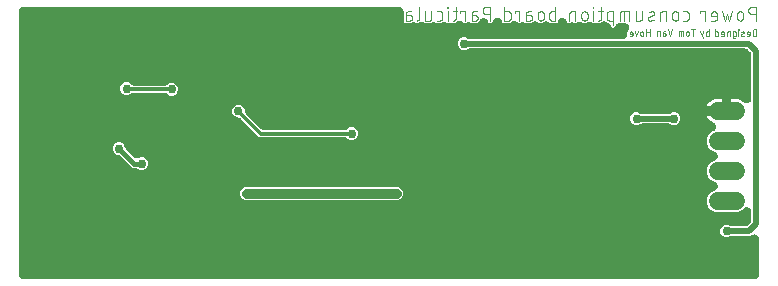
<source format=gbr>
G04 EAGLE Gerber RS-274X export*
G75*
%MOMM*%
%FSLAX34Y34*%
%LPD*%
%INBottom Copper*%
%IPPOS*%
%AMOC8*
5,1,8,0,0,1.08239X$1,22.5*%
G01*
%ADD10C,0.101600*%
%ADD11C,0.050800*%
%ADD12C,1.524000*%
%ADD13C,0.756400*%
%ADD14C,0.508000*%
%ADD15C,0.406400*%
%ADD16C,0.304800*%
%ADD17C,0.812800*%

G36*
X633505Y10177D02*
X633505Y10177D01*
X633736Y10187D01*
X633790Y10197D01*
X633844Y10201D01*
X634070Y10249D01*
X634296Y10291D01*
X634348Y10308D01*
X634402Y10320D01*
X634618Y10399D01*
X634836Y10472D01*
X634885Y10497D01*
X634937Y10516D01*
X635140Y10624D01*
X635345Y10727D01*
X635391Y10758D01*
X635439Y10784D01*
X635625Y10920D01*
X635814Y11051D01*
X635855Y11088D01*
X635899Y11121D01*
X636064Y11281D01*
X636233Y11437D01*
X636268Y11480D01*
X636307Y11518D01*
X636448Y11700D01*
X636594Y11878D01*
X636622Y11926D01*
X636656Y11969D01*
X636770Y12169D01*
X636889Y12366D01*
X636911Y12416D01*
X636938Y12464D01*
X637023Y12678D01*
X637114Y12889D01*
X637128Y12942D01*
X637148Y12993D01*
X637203Y13218D01*
X637263Y13439D01*
X637267Y13483D01*
X637283Y13547D01*
X637338Y14114D01*
X637335Y14180D01*
X637339Y14224D01*
X637339Y43931D01*
X637331Y44048D01*
X637333Y44164D01*
X637311Y44331D01*
X637299Y44500D01*
X637275Y44614D01*
X637260Y44730D01*
X637215Y44892D01*
X637180Y45057D01*
X637140Y45166D01*
X637109Y45279D01*
X637042Y45433D01*
X636984Y45592D01*
X636929Y45695D01*
X636883Y45802D01*
X636795Y45946D01*
X636716Y46094D01*
X636647Y46189D01*
X636586Y46288D01*
X636479Y46418D01*
X636379Y46554D01*
X636298Y46638D01*
X636224Y46728D01*
X636099Y46842D01*
X635982Y46963D01*
X635889Y47034D01*
X635803Y47113D01*
X635665Y47208D01*
X635531Y47311D01*
X635430Y47369D01*
X635334Y47435D01*
X635183Y47510D01*
X635036Y47594D01*
X634928Y47637D01*
X634823Y47688D01*
X634664Y47741D01*
X634507Y47804D01*
X634393Y47831D01*
X634282Y47868D01*
X634117Y47898D01*
X633953Y47938D01*
X633837Y47949D01*
X633722Y47970D01*
X633554Y47977D01*
X633386Y47993D01*
X633269Y47988D01*
X633153Y47993D01*
X632985Y47976D01*
X632816Y47969D01*
X632702Y47947D01*
X632586Y47936D01*
X632422Y47895D01*
X632256Y47865D01*
X632146Y47827D01*
X632032Y47800D01*
X631876Y47737D01*
X631716Y47683D01*
X631612Y47631D01*
X631503Y47588D01*
X631471Y47569D01*
X629459Y46735D01*
X614462Y46735D01*
X614345Y46727D01*
X614227Y46728D01*
X614061Y46707D01*
X613894Y46695D01*
X613778Y46671D01*
X613662Y46656D01*
X613552Y46622D01*
X613337Y46576D01*
X613019Y46460D01*
X612907Y46426D01*
X610656Y45493D01*
X608544Y45493D01*
X606594Y46301D01*
X605101Y47794D01*
X604293Y49744D01*
X604293Y51856D01*
X605101Y53806D01*
X606594Y55299D01*
X608544Y56107D01*
X610656Y56107D01*
X612907Y55174D01*
X613019Y55137D01*
X613128Y55090D01*
X613289Y55047D01*
X613448Y54993D01*
X613564Y54972D01*
X613678Y54941D01*
X613791Y54930D01*
X614008Y54890D01*
X614346Y54876D01*
X614462Y54865D01*
X625283Y54865D01*
X625343Y54869D01*
X625404Y54867D01*
X625627Y54889D01*
X625852Y54905D01*
X625911Y54917D01*
X625971Y54923D01*
X626189Y54977D01*
X626409Y55024D01*
X626465Y55044D01*
X626524Y55059D01*
X626733Y55142D01*
X626944Y55220D01*
X626997Y55248D01*
X627053Y55270D01*
X627248Y55382D01*
X627446Y55488D01*
X627495Y55524D01*
X627547Y55554D01*
X627638Y55629D01*
X627906Y55825D01*
X628067Y55982D01*
X628156Y56055D01*
X629545Y57444D01*
X629585Y57489D01*
X629629Y57530D01*
X629771Y57704D01*
X629919Y57874D01*
X629952Y57924D01*
X629990Y57971D01*
X630107Y58164D01*
X630229Y58352D01*
X630254Y58407D01*
X630285Y58458D01*
X630374Y58665D01*
X630469Y58869D01*
X630486Y58927D01*
X630510Y58982D01*
X630568Y59199D01*
X630634Y59414D01*
X630643Y59474D01*
X630659Y59532D01*
X630670Y59649D01*
X630721Y59977D01*
X630724Y60202D01*
X630735Y60317D01*
X630735Y66973D01*
X630727Y67088D01*
X630729Y67203D01*
X630707Y67372D01*
X630695Y67541D01*
X630671Y67654D01*
X630657Y67769D01*
X630612Y67932D01*
X630576Y68099D01*
X630537Y68207D01*
X630506Y68318D01*
X630439Y68474D01*
X630380Y68634D01*
X630326Y68736D01*
X630280Y68841D01*
X630192Y68986D01*
X630112Y69136D01*
X630044Y69229D01*
X629984Y69328D01*
X629876Y69459D01*
X629775Y69596D01*
X629695Y69679D01*
X629622Y69768D01*
X629496Y69883D01*
X629378Y70004D01*
X629287Y70075D01*
X629202Y70153D01*
X629062Y70249D01*
X628927Y70353D01*
X628827Y70410D01*
X628732Y70475D01*
X628580Y70551D01*
X628432Y70635D01*
X628325Y70678D01*
X628222Y70729D01*
X628061Y70783D01*
X627903Y70846D01*
X627790Y70873D01*
X627681Y70909D01*
X627514Y70940D01*
X627349Y70980D01*
X627234Y70991D01*
X627121Y71012D01*
X626951Y71018D01*
X626782Y71035D01*
X626667Y71030D01*
X626551Y71035D01*
X626382Y71018D01*
X626212Y71010D01*
X626099Y70989D01*
X625984Y70978D01*
X625819Y70937D01*
X625652Y70906D01*
X625543Y70870D01*
X625431Y70842D01*
X625273Y70779D01*
X625112Y70725D01*
X625009Y70673D01*
X624902Y70631D01*
X624755Y70546D01*
X624603Y70470D01*
X624508Y70404D01*
X624408Y70347D01*
X624319Y70274D01*
X624134Y70146D01*
X623890Y69921D01*
X623799Y69846D01*
X622400Y68447D01*
X619039Y67055D01*
X600161Y67055D01*
X596800Y68447D01*
X594227Y71020D01*
X592835Y74381D01*
X592835Y78019D01*
X594227Y81380D01*
X596800Y83953D01*
X599681Y85146D01*
X599784Y85197D01*
X599892Y85240D01*
X600039Y85324D01*
X600191Y85400D01*
X600286Y85466D01*
X600386Y85523D01*
X600520Y85627D01*
X600660Y85724D01*
X600745Y85802D01*
X600836Y85872D01*
X600955Y85994D01*
X601080Y86109D01*
X601153Y86198D01*
X601233Y86281D01*
X601333Y86419D01*
X601441Y86550D01*
X601501Y86648D01*
X601569Y86742D01*
X601649Y86892D01*
X601737Y87037D01*
X601783Y87143D01*
X601837Y87244D01*
X601895Y87404D01*
X601962Y87560D01*
X601993Y87671D01*
X602032Y87780D01*
X602068Y87946D01*
X602112Y88110D01*
X602127Y88224D01*
X602150Y88337D01*
X602162Y88507D01*
X602183Y88675D01*
X602182Y88790D01*
X602190Y88905D01*
X602178Y89075D01*
X602175Y89245D01*
X602157Y89359D01*
X602149Y89474D01*
X602113Y89640D01*
X602087Y89808D01*
X602053Y89918D01*
X602029Y90031D01*
X601971Y90190D01*
X601921Y90353D01*
X601872Y90458D01*
X601833Y90566D01*
X601752Y90715D01*
X601680Y90869D01*
X601618Y90966D01*
X601563Y91068D01*
X601463Y91205D01*
X601370Y91347D01*
X601294Y91434D01*
X601226Y91527D01*
X601107Y91649D01*
X600996Y91777D01*
X600909Y91853D01*
X600828Y91935D01*
X600694Y92039D01*
X600565Y92150D01*
X600468Y92213D01*
X600377Y92283D01*
X600275Y92337D01*
X600087Y92459D01*
X599785Y92599D01*
X599681Y92654D01*
X596800Y93847D01*
X594227Y96420D01*
X592835Y99781D01*
X592835Y103419D01*
X594227Y106780D01*
X596800Y109353D01*
X599681Y110546D01*
X599784Y110597D01*
X599892Y110640D01*
X600039Y110724D01*
X600191Y110800D01*
X600286Y110866D01*
X600386Y110923D01*
X600520Y111027D01*
X600660Y111124D01*
X600745Y111202D01*
X600836Y111272D01*
X600955Y111394D01*
X601080Y111509D01*
X601153Y111598D01*
X601233Y111681D01*
X601333Y111818D01*
X601441Y111950D01*
X601501Y112048D01*
X601569Y112142D01*
X601649Y112292D01*
X601737Y112437D01*
X601783Y112543D01*
X601837Y112644D01*
X601895Y112804D01*
X601962Y112960D01*
X601993Y113071D01*
X602032Y113180D01*
X602068Y113346D01*
X602112Y113510D01*
X602127Y113624D01*
X602150Y113737D01*
X602162Y113907D01*
X602183Y114075D01*
X602182Y114190D01*
X602190Y114305D01*
X602178Y114475D01*
X602175Y114645D01*
X602157Y114759D01*
X602149Y114874D01*
X602113Y115040D01*
X602087Y115208D01*
X602053Y115318D01*
X602029Y115431D01*
X601971Y115590D01*
X601921Y115753D01*
X601872Y115858D01*
X601833Y115966D01*
X601752Y116115D01*
X601680Y116269D01*
X601618Y116366D01*
X601563Y116468D01*
X601463Y116605D01*
X601370Y116747D01*
X601294Y116834D01*
X601226Y116927D01*
X601107Y117049D01*
X600996Y117177D01*
X600909Y117253D01*
X600828Y117335D01*
X600694Y117439D01*
X600565Y117550D01*
X600468Y117613D01*
X600377Y117683D01*
X600275Y117737D01*
X600087Y117859D01*
X599785Y117999D01*
X599681Y118054D01*
X596800Y119247D01*
X594227Y121820D01*
X592835Y125181D01*
X592835Y128819D01*
X594227Y132180D01*
X596800Y134753D01*
X598323Y135383D01*
X598566Y135505D01*
X598815Y135627D01*
X598824Y135633D01*
X598833Y135638D01*
X599057Y135792D01*
X599286Y135948D01*
X599294Y135955D01*
X599302Y135961D01*
X599504Y136147D01*
X599707Y136332D01*
X599714Y136340D01*
X599722Y136347D01*
X599896Y136560D01*
X600071Y136770D01*
X600076Y136779D01*
X600083Y136787D01*
X600226Y137022D01*
X600370Y137256D01*
X600374Y137265D01*
X600379Y137274D01*
X600488Y137528D01*
X600597Y137778D01*
X600600Y137788D01*
X600604Y137798D01*
X600676Y138062D01*
X600750Y138327D01*
X600751Y138337D01*
X600754Y138347D01*
X600788Y138619D01*
X600824Y138892D01*
X600824Y138902D01*
X600825Y138913D01*
X600821Y139191D01*
X600819Y139462D01*
X600817Y139472D01*
X600817Y139482D01*
X600774Y139757D01*
X600733Y140025D01*
X600730Y140035D01*
X600729Y140045D01*
X600648Y140309D01*
X600570Y140571D01*
X600566Y140580D01*
X600563Y140590D01*
X600446Y140841D01*
X600332Y141089D01*
X600327Y141097D01*
X600322Y141107D01*
X600173Y141336D01*
X600024Y141568D01*
X600017Y141576D01*
X600012Y141585D01*
X599834Y141789D01*
X599652Y142000D01*
X599644Y142007D01*
X599638Y142014D01*
X599433Y142191D01*
X599223Y142375D01*
X599215Y142381D01*
X599207Y142387D01*
X598979Y142535D01*
X598746Y142687D01*
X598738Y142690D01*
X598728Y142697D01*
X598211Y142936D01*
X598119Y142964D01*
X596655Y143710D01*
X595361Y144650D01*
X594230Y145781D01*
X593290Y147075D01*
X592647Y148337D01*
X609600Y148337D01*
X609829Y148353D01*
X610059Y148363D01*
X610113Y148373D01*
X610168Y148377D01*
X610393Y148425D01*
X610619Y148467D01*
X610672Y148484D01*
X610725Y148496D01*
X610941Y148575D01*
X611160Y148648D01*
X611209Y148673D01*
X611260Y148691D01*
X611463Y148800D01*
X611669Y148903D01*
X611714Y148934D01*
X611763Y148960D01*
X611948Y149096D01*
X612138Y149227D01*
X612178Y149264D01*
X612223Y149297D01*
X612387Y149457D01*
X612557Y149613D01*
X612557Y149614D01*
X612592Y149656D01*
X612631Y149694D01*
X612631Y149695D01*
X612772Y149876D01*
X612918Y150055D01*
X612947Y150102D01*
X612980Y150145D01*
X613094Y150345D01*
X613213Y150542D01*
X613235Y150592D01*
X613262Y150640D01*
X613348Y150855D01*
X613438Y151066D01*
X613452Y151118D01*
X613473Y151170D01*
X613527Y151394D01*
X613587Y151616D01*
X613591Y151660D01*
X613607Y151724D01*
X613662Y152291D01*
X613659Y152356D01*
X613663Y152400D01*
X613663Y162561D01*
X618020Y162561D01*
X619599Y162311D01*
X621120Y161816D01*
X622545Y161090D01*
X623876Y160123D01*
X623886Y160115D01*
X623966Y160032D01*
X624101Y159928D01*
X624229Y159817D01*
X624326Y159754D01*
X624417Y159684D01*
X624564Y159600D01*
X624707Y159507D01*
X624812Y159459D01*
X624912Y159401D01*
X625070Y159339D01*
X625224Y159267D01*
X625334Y159234D01*
X625441Y159191D01*
X625607Y159151D01*
X625769Y159102D01*
X625883Y159084D01*
X625995Y159057D01*
X626164Y159041D01*
X626332Y159015D01*
X626447Y159013D01*
X626562Y159002D01*
X626732Y159009D01*
X626902Y159007D01*
X627016Y159022D01*
X627132Y159027D01*
X627299Y159058D01*
X627467Y159079D01*
X627578Y159109D01*
X627692Y159131D01*
X627853Y159185D01*
X628017Y159229D01*
X628123Y159275D01*
X628232Y159312D01*
X628384Y159388D01*
X628540Y159455D01*
X628638Y159515D01*
X628741Y159567D01*
X628881Y159664D01*
X629026Y159752D01*
X629115Y159825D01*
X629210Y159891D01*
X629335Y160006D01*
X629466Y160114D01*
X629544Y160199D01*
X629629Y160277D01*
X629737Y160409D01*
X629851Y160534D01*
X629917Y160629D01*
X629990Y160718D01*
X630078Y160863D01*
X630174Y161003D01*
X630226Y161107D01*
X630285Y161205D01*
X630352Y161361D01*
X630428Y161513D01*
X630464Y161623D01*
X630510Y161729D01*
X630554Y161893D01*
X630608Y162054D01*
X630629Y162168D01*
X630659Y162279D01*
X630670Y162394D01*
X630710Y162615D01*
X630724Y162947D01*
X630735Y163064D01*
X630735Y200033D01*
X630731Y200093D01*
X630733Y200154D01*
X630711Y200377D01*
X630695Y200602D01*
X630683Y200661D01*
X630677Y200721D01*
X630623Y200939D01*
X630576Y201159D01*
X630556Y201215D01*
X630541Y201274D01*
X630458Y201483D01*
X630380Y201694D01*
X630352Y201747D01*
X630330Y201803D01*
X630218Y201998D01*
X630112Y202196D01*
X630076Y202245D01*
X630046Y202297D01*
X629971Y202388D01*
X629775Y202656D01*
X629618Y202817D01*
X629545Y202906D01*
X628156Y204295D01*
X628111Y204335D01*
X628070Y204379D01*
X627896Y204521D01*
X627726Y204669D01*
X627676Y204702D01*
X627629Y204740D01*
X627436Y204857D01*
X627248Y204979D01*
X627193Y205004D01*
X627142Y205035D01*
X626935Y205124D01*
X626731Y205219D01*
X626673Y205236D01*
X626618Y205260D01*
X626401Y205318D01*
X626186Y205384D01*
X626126Y205393D01*
X626068Y205409D01*
X625951Y205420D01*
X625623Y205471D01*
X625398Y205474D01*
X625283Y205485D01*
X392212Y205485D01*
X392095Y205477D01*
X391977Y205478D01*
X391811Y205457D01*
X391644Y205445D01*
X391528Y205421D01*
X391412Y205406D01*
X391302Y205372D01*
X391087Y205326D01*
X390769Y205210D01*
X390657Y205176D01*
X388406Y204243D01*
X386294Y204243D01*
X384344Y205051D01*
X382851Y206544D01*
X382043Y208494D01*
X382043Y210606D01*
X382851Y212556D01*
X384344Y214049D01*
X386294Y214857D01*
X388406Y214857D01*
X390657Y213924D01*
X390769Y213887D01*
X390878Y213840D01*
X391039Y213797D01*
X391198Y213743D01*
X391314Y213722D01*
X391428Y213691D01*
X391541Y213680D01*
X391758Y213640D01*
X392096Y213626D01*
X392212Y213615D01*
X521686Y213615D01*
X521916Y213631D01*
X522146Y213641D01*
X522200Y213651D01*
X522255Y213655D01*
X522480Y213703D01*
X522706Y213745D01*
X522758Y213762D01*
X522812Y213774D01*
X523028Y213853D01*
X523246Y213926D01*
X523295Y213951D01*
X523347Y213970D01*
X523550Y214078D01*
X523756Y214181D01*
X523801Y214212D01*
X523849Y214238D01*
X524035Y214374D01*
X524225Y214505D01*
X524265Y214542D01*
X524309Y214575D01*
X524474Y214735D01*
X524643Y214891D01*
X524678Y214934D01*
X524718Y214972D01*
X524858Y215154D01*
X525004Y215332D01*
X525033Y215380D01*
X525066Y215423D01*
X525180Y215623D01*
X525300Y215820D01*
X525321Y215870D01*
X525349Y215918D01*
X525434Y216132D01*
X525524Y216343D01*
X525538Y216396D01*
X525559Y216447D01*
X525613Y216671D01*
X525673Y216893D01*
X525677Y216937D01*
X525693Y217001D01*
X525748Y217568D01*
X525745Y217634D01*
X525750Y217678D01*
X525750Y219619D01*
X526480Y220624D01*
X526523Y220693D01*
X526572Y220757D01*
X526673Y220934D01*
X526781Y221107D01*
X526814Y221181D01*
X526855Y221252D01*
X526930Y221442D01*
X527013Y221628D01*
X527035Y221706D01*
X527065Y221781D01*
X527113Y221980D01*
X527169Y222176D01*
X527180Y222256D01*
X527199Y222335D01*
X527219Y222538D01*
X527247Y222740D01*
X527246Y222821D01*
X527254Y222902D01*
X527245Y223106D01*
X527245Y223310D01*
X527233Y223390D01*
X527230Y223472D01*
X527192Y223672D01*
X527163Y223874D01*
X527140Y223952D01*
X527126Y224032D01*
X527061Y224224D01*
X527004Y224421D01*
X526970Y224495D01*
X526944Y224572D01*
X526853Y224754D01*
X526769Y224940D01*
X526726Y225009D01*
X526689Y225081D01*
X526573Y225249D01*
X526464Y225422D01*
X526411Y225483D01*
X526365Y225550D01*
X526227Y225700D01*
X526095Y225856D01*
X526034Y225909D01*
X525979Y225969D01*
X525821Y226098D01*
X525669Y226234D01*
X525601Y226278D01*
X525538Y226330D01*
X525363Y226436D01*
X525194Y226548D01*
X525120Y226583D01*
X525051Y226625D01*
X524864Y226706D01*
X524679Y226793D01*
X524602Y226818D01*
X524527Y226850D01*
X524331Y226903D01*
X524136Y226964D01*
X524055Y226978D01*
X523977Y226999D01*
X523856Y227011D01*
X523574Y227057D01*
X523312Y227064D01*
X523192Y227075D01*
X522805Y227075D01*
X522762Y227089D01*
X522707Y227115D01*
X522492Y227180D01*
X522279Y227251D01*
X522220Y227262D01*
X522162Y227279D01*
X521940Y227313D01*
X521719Y227354D01*
X521658Y227357D01*
X521599Y227366D01*
X521374Y227369D01*
X521150Y227378D01*
X521089Y227372D01*
X521029Y227373D01*
X520806Y227344D01*
X520583Y227322D01*
X520524Y227308D01*
X520464Y227300D01*
X520351Y227266D01*
X520029Y227187D01*
X519820Y227104D01*
X519726Y227075D01*
X519244Y227075D01*
X519241Y227075D01*
X519238Y227075D01*
X518961Y227055D01*
X518675Y227035D01*
X518673Y227035D01*
X518670Y227035D01*
X518395Y226975D01*
X518118Y226916D01*
X518116Y226915D01*
X518113Y226915D01*
X517855Y226820D01*
X517583Y226720D01*
X517581Y226719D01*
X517578Y226718D01*
X517337Y226589D01*
X517081Y226452D01*
X517078Y226450D01*
X517076Y226449D01*
X516848Y226281D01*
X516621Y226115D01*
X516619Y226113D01*
X516617Y226112D01*
X516417Y225916D01*
X516213Y225718D01*
X516211Y225716D01*
X516209Y225714D01*
X516038Y225492D01*
X515864Y225267D01*
X515863Y225265D01*
X515861Y225263D01*
X515854Y225251D01*
X515582Y224772D01*
X515530Y224642D01*
X515490Y224567D01*
X515281Y224062D01*
X514709Y223490D01*
X513962Y223181D01*
X513153Y223181D01*
X512406Y223490D01*
X511834Y224062D01*
X511535Y224784D01*
X511500Y224855D01*
X511471Y224929D01*
X511373Y225109D01*
X511281Y225294D01*
X511236Y225359D01*
X511197Y225429D01*
X511074Y225594D01*
X510958Y225763D01*
X510904Y225821D01*
X510856Y225885D01*
X510711Y226031D01*
X510572Y226182D01*
X510510Y226233D01*
X510454Y226289D01*
X510355Y226360D01*
X510131Y226544D01*
X509911Y226678D01*
X509813Y226748D01*
X507904Y227850D01*
X507884Y227860D01*
X507866Y227872D01*
X507630Y227983D01*
X507391Y228100D01*
X507370Y228106D01*
X507351Y228116D01*
X507100Y228194D01*
X506849Y228275D01*
X506828Y228279D01*
X506807Y228285D01*
X506547Y228328D01*
X506288Y228373D01*
X506266Y228374D01*
X506244Y228377D01*
X505980Y228383D01*
X505718Y228391D01*
X505697Y228389D01*
X505675Y228390D01*
X505412Y228358D01*
X505152Y228330D01*
X505131Y228325D01*
X505109Y228322D01*
X504854Y228254D01*
X504600Y228190D01*
X504579Y228182D01*
X504558Y228176D01*
X504490Y228145D01*
X504072Y227974D01*
X503929Y227890D01*
X503840Y227850D01*
X502499Y227075D01*
X500379Y227075D01*
X500217Y227142D01*
X500160Y227161D01*
X500105Y227187D01*
X499890Y227251D01*
X499677Y227323D01*
X499618Y227334D01*
X499560Y227351D01*
X499338Y227385D01*
X499117Y227426D01*
X499056Y227428D01*
X498997Y227438D01*
X498772Y227440D01*
X498547Y227450D01*
X498487Y227444D01*
X498427Y227445D01*
X498204Y227416D01*
X497980Y227394D01*
X497922Y227379D01*
X497862Y227372D01*
X497749Y227337D01*
X497427Y227259D01*
X497218Y227176D01*
X497107Y227142D01*
X496946Y227075D01*
X496138Y227075D01*
X494732Y227658D01*
X494692Y227671D01*
X494655Y227688D01*
X494422Y227761D01*
X494191Y227838D01*
X494151Y227846D01*
X494111Y227858D01*
X493870Y227897D01*
X493631Y227942D01*
X493590Y227943D01*
X493549Y227950D01*
X493305Y227955D01*
X493061Y227965D01*
X493021Y227961D01*
X492979Y227962D01*
X492737Y227933D01*
X492494Y227909D01*
X492454Y227900D01*
X492414Y227895D01*
X492178Y227832D01*
X491941Y227775D01*
X491903Y227759D01*
X491863Y227749D01*
X491767Y227705D01*
X491412Y227564D01*
X491243Y227467D01*
X491145Y227423D01*
X490543Y227075D01*
X488063Y227075D01*
X487207Y227569D01*
X486967Y227686D01*
X486725Y227806D01*
X486710Y227812D01*
X486695Y227819D01*
X486441Y227901D01*
X486184Y227986D01*
X486168Y227989D01*
X486153Y227994D01*
X485890Y228040D01*
X485624Y228089D01*
X485608Y228089D01*
X485592Y228092D01*
X485323Y228101D01*
X485054Y228112D01*
X485038Y228110D01*
X485022Y228111D01*
X484755Y228082D01*
X484488Y228055D01*
X484472Y228051D01*
X484456Y228049D01*
X484195Y227983D01*
X483934Y227919D01*
X483919Y227913D01*
X483903Y227909D01*
X483656Y227808D01*
X483405Y227707D01*
X483391Y227699D01*
X483376Y227693D01*
X483145Y227558D01*
X483047Y227502D01*
X482017Y227075D01*
X481208Y227075D01*
X480571Y227339D01*
X480514Y227358D01*
X480459Y227384D01*
X480244Y227449D01*
X480031Y227520D01*
X479971Y227531D01*
X479913Y227548D01*
X479691Y227582D01*
X479470Y227623D01*
X479410Y227626D01*
X479350Y227635D01*
X479125Y227637D01*
X478901Y227647D01*
X478841Y227641D01*
X478780Y227642D01*
X478558Y227613D01*
X478334Y227591D01*
X478275Y227577D01*
X478215Y227569D01*
X478102Y227534D01*
X477780Y227456D01*
X477571Y227373D01*
X477461Y227339D01*
X476824Y227075D01*
X476015Y227075D01*
X475268Y227385D01*
X474696Y227957D01*
X474358Y228772D01*
X474307Y228875D01*
X474264Y228982D01*
X474180Y229130D01*
X474104Y229282D01*
X474039Y229377D01*
X473981Y229477D01*
X473877Y229611D01*
X473781Y229751D01*
X473703Y229836D01*
X473632Y229927D01*
X473510Y230045D01*
X473395Y230170D01*
X473306Y230244D01*
X473223Y230324D01*
X473086Y230424D01*
X472955Y230532D01*
X472856Y230592D01*
X472763Y230660D01*
X472613Y230740D01*
X472468Y230828D01*
X472362Y230874D01*
X472260Y230928D01*
X472101Y230986D01*
X471944Y231053D01*
X471833Y231083D01*
X471725Y231123D01*
X471559Y231158D01*
X471395Y231203D01*
X471280Y231217D01*
X471168Y231241D01*
X470998Y231253D01*
X470829Y231274D01*
X470714Y231272D01*
X470599Y231280D01*
X470430Y231268D01*
X470260Y231266D01*
X470146Y231248D01*
X470031Y231240D01*
X469865Y231204D01*
X469697Y231178D01*
X469586Y231144D01*
X469474Y231120D01*
X469314Y231061D01*
X469152Y231012D01*
X469047Y230963D01*
X468939Y230923D01*
X468789Y230843D01*
X468635Y230771D01*
X468538Y230708D01*
X468437Y230654D01*
X468300Y230553D01*
X468157Y230461D01*
X468070Y230385D01*
X467977Y230317D01*
X467856Y230198D01*
X467728Y230086D01*
X467652Y230000D01*
X467570Y229919D01*
X467466Y229784D01*
X467354Y229656D01*
X467292Y229559D01*
X467222Y229468D01*
X467167Y229366D01*
X467045Y229177D01*
X466906Y228876D01*
X466851Y228772D01*
X466513Y227957D01*
X465941Y227385D01*
X465194Y227075D01*
X460478Y227075D01*
X459064Y227892D01*
X459044Y227901D01*
X459025Y227913D01*
X458786Y228027D01*
X458551Y228141D01*
X458531Y228148D01*
X458511Y228157D01*
X458258Y228236D01*
X458009Y228317D01*
X457988Y228320D01*
X457967Y228327D01*
X457706Y228370D01*
X457448Y228415D01*
X457426Y228415D01*
X457404Y228419D01*
X457140Y228425D01*
X456878Y228433D01*
X456857Y228431D01*
X456835Y228431D01*
X456572Y228400D01*
X456312Y228372D01*
X456291Y228366D01*
X456269Y228364D01*
X456013Y228296D01*
X455760Y228232D01*
X455739Y228223D01*
X455718Y228218D01*
X455650Y228187D01*
X455232Y228016D01*
X455089Y227932D01*
X455000Y227892D01*
X453586Y227075D01*
X451106Y227075D01*
X449573Y227960D01*
X449553Y227970D01*
X449535Y227982D01*
X449298Y228094D01*
X449061Y228210D01*
X449040Y228217D01*
X449020Y228226D01*
X448770Y228304D01*
X448519Y228385D01*
X448497Y228389D01*
X448476Y228396D01*
X448217Y228438D01*
X447957Y228483D01*
X447935Y228484D01*
X447914Y228487D01*
X447650Y228493D01*
X447388Y228502D01*
X447366Y228499D01*
X447344Y228500D01*
X447082Y228469D01*
X446821Y228440D01*
X446800Y228435D01*
X446778Y228432D01*
X446524Y228365D01*
X446269Y228300D01*
X446249Y228292D01*
X446227Y228286D01*
X446159Y228255D01*
X445742Y228084D01*
X445598Y228000D01*
X445510Y227960D01*
X443977Y227075D01*
X439498Y227075D01*
X438657Y227424D01*
X438600Y227443D01*
X438545Y227468D01*
X438330Y227533D01*
X438117Y227604D01*
X438057Y227615D01*
X438000Y227633D01*
X437777Y227667D01*
X437556Y227707D01*
X437496Y227710D01*
X437436Y227719D01*
X437212Y227722D01*
X436987Y227731D01*
X436927Y227725D01*
X436867Y227726D01*
X436644Y227697D01*
X436420Y227675D01*
X436361Y227661D01*
X436302Y227653D01*
X436189Y227619D01*
X435866Y227540D01*
X435657Y227457D01*
X435547Y227424D01*
X434706Y227075D01*
X433898Y227075D01*
X433151Y227385D01*
X432907Y227628D01*
X432703Y227806D01*
X432503Y227982D01*
X432490Y227991D01*
X432477Y228002D01*
X432251Y228148D01*
X432028Y228296D01*
X432013Y228303D01*
X431999Y228312D01*
X431755Y228425D01*
X431513Y228540D01*
X431497Y228544D01*
X431482Y228551D01*
X431225Y228629D01*
X430969Y228709D01*
X430953Y228712D01*
X430937Y228717D01*
X430672Y228758D01*
X430406Y228801D01*
X430390Y228801D01*
X430374Y228804D01*
X430107Y228808D01*
X429837Y228813D01*
X429820Y228811D01*
X429804Y228812D01*
X429540Y228778D01*
X429271Y228746D01*
X429255Y228742D01*
X429239Y228740D01*
X428982Y228669D01*
X428720Y228600D01*
X428708Y228594D01*
X428689Y228589D01*
X428166Y228363D01*
X428069Y228304D01*
X428002Y228274D01*
X425926Y227075D01*
X421210Y227075D01*
X420463Y227385D01*
X419891Y227957D01*
X419412Y229113D01*
X419361Y229216D01*
X419318Y229323D01*
X419234Y229470D01*
X419158Y229623D01*
X419092Y229717D01*
X419035Y229817D01*
X418931Y229952D01*
X418835Y230092D01*
X418757Y230177D01*
X418686Y230268D01*
X418564Y230386D01*
X418449Y230511D01*
X418360Y230584D01*
X418277Y230665D01*
X418140Y230765D01*
X418008Y230872D01*
X417910Y230932D01*
X417817Y231000D01*
X417667Y231080D01*
X417522Y231169D01*
X417416Y231214D01*
X417314Y231268D01*
X417154Y231327D01*
X416998Y231394D01*
X416887Y231424D01*
X416779Y231464D01*
X416612Y231499D01*
X416448Y231543D01*
X416334Y231558D01*
X416221Y231582D01*
X416052Y231594D01*
X415883Y231615D01*
X415768Y231613D01*
X415653Y231621D01*
X415484Y231609D01*
X415313Y231606D01*
X415199Y231589D01*
X415085Y231580D01*
X414918Y231545D01*
X414750Y231518D01*
X414640Y231485D01*
X414528Y231460D01*
X414368Y231402D01*
X414205Y231352D01*
X414101Y231304D01*
X413993Y231264D01*
X413843Y231184D01*
X413689Y231112D01*
X413592Y231049D01*
X413491Y230994D01*
X413354Y230894D01*
X413211Y230801D01*
X413124Y230726D01*
X413031Y230657D01*
X412909Y230539D01*
X412781Y230427D01*
X412706Y230340D01*
X412623Y230259D01*
X412520Y230125D01*
X412408Y229996D01*
X412346Y229900D01*
X412275Y229808D01*
X412221Y229707D01*
X412099Y229518D01*
X411960Y229217D01*
X411904Y229113D01*
X411425Y227957D01*
X410854Y227385D01*
X410107Y227075D01*
X409298Y227075D01*
X408551Y227385D01*
X407979Y227957D01*
X407681Y228677D01*
X407621Y228797D01*
X407570Y228922D01*
X407494Y229052D01*
X407426Y229187D01*
X407350Y229298D01*
X407282Y229414D01*
X407188Y229532D01*
X407103Y229656D01*
X407012Y229755D01*
X406929Y229860D01*
X406819Y229964D01*
X406717Y230075D01*
X406613Y230161D01*
X406516Y230253D01*
X406393Y230341D01*
X406277Y230437D01*
X406162Y230506D01*
X406052Y230585D01*
X405919Y230655D01*
X405790Y230733D01*
X405666Y230786D01*
X405547Y230848D01*
X405405Y230898D01*
X405266Y230958D01*
X405137Y230993D01*
X405010Y231038D01*
X404862Y231068D01*
X404717Y231108D01*
X404583Y231125D01*
X404452Y231151D01*
X404301Y231160D01*
X404151Y231179D01*
X404017Y231177D01*
X403883Y231185D01*
X403732Y231173D01*
X403582Y231171D01*
X403449Y231150D01*
X403315Y231139D01*
X403167Y231106D01*
X403019Y231083D01*
X402890Y231043D01*
X402759Y231014D01*
X402618Y230961D01*
X402474Y230917D01*
X402352Y230860D01*
X402226Y230812D01*
X402094Y230740D01*
X401957Y230676D01*
X401844Y230603D01*
X401727Y230538D01*
X401606Y230448D01*
X401479Y230366D01*
X401378Y230277D01*
X401270Y230197D01*
X401163Y230090D01*
X401050Y229991D01*
X400962Y229890D01*
X400866Y229795D01*
X400804Y229708D01*
X400677Y229561D01*
X400469Y229239D01*
X400408Y229154D01*
X399874Y228229D01*
X397876Y227075D01*
X393397Y227075D01*
X392556Y227424D01*
X392499Y227443D01*
X392444Y227468D01*
X392229Y227533D01*
X392016Y227604D01*
X391956Y227615D01*
X391899Y227633D01*
X391676Y227667D01*
X391456Y227707D01*
X391395Y227710D01*
X391335Y227719D01*
X391111Y227722D01*
X390886Y227731D01*
X390826Y227725D01*
X390766Y227726D01*
X390543Y227697D01*
X390319Y227675D01*
X390260Y227661D01*
X390201Y227653D01*
X390088Y227619D01*
X389766Y227540D01*
X389556Y227457D01*
X389446Y227424D01*
X388605Y227075D01*
X387797Y227075D01*
X387050Y227385D01*
X386664Y227771D01*
X386462Y227946D01*
X386260Y228125D01*
X386246Y228134D01*
X386234Y228144D01*
X386008Y228290D01*
X385784Y228438D01*
X385769Y228445D01*
X385755Y228454D01*
X385511Y228568D01*
X385269Y228682D01*
X385254Y228687D01*
X385239Y228694D01*
X384981Y228772D01*
X384725Y228852D01*
X384709Y228855D01*
X384693Y228859D01*
X384428Y228900D01*
X384163Y228944D01*
X384146Y228944D01*
X384130Y228947D01*
X383863Y228950D01*
X383593Y228956D01*
X383577Y228954D01*
X383560Y228954D01*
X383296Y228921D01*
X383027Y228889D01*
X383011Y228884D01*
X382995Y228882D01*
X382738Y228812D01*
X382477Y228743D01*
X382464Y228737D01*
X382446Y228732D01*
X381922Y228506D01*
X381825Y228447D01*
X381759Y228417D01*
X379436Y227075D01*
X377316Y227075D01*
X377155Y227142D01*
X377097Y227161D01*
X377043Y227187D01*
X376827Y227251D01*
X376614Y227323D01*
X376555Y227334D01*
X376497Y227351D01*
X376275Y227385D01*
X376054Y227426D01*
X375994Y227428D01*
X375934Y227438D01*
X375709Y227440D01*
X375485Y227450D01*
X375424Y227444D01*
X375364Y227445D01*
X375141Y227416D01*
X374918Y227394D01*
X374859Y227379D01*
X374799Y227372D01*
X374686Y227337D01*
X374364Y227259D01*
X374155Y227176D01*
X374045Y227142D01*
X373883Y227075D01*
X373075Y227075D01*
X371938Y227546D01*
X371898Y227559D01*
X371861Y227577D01*
X371629Y227649D01*
X371397Y227727D01*
X371357Y227734D01*
X371317Y227747D01*
X371076Y227786D01*
X370837Y227830D01*
X370796Y227832D01*
X370755Y227838D01*
X370511Y227844D01*
X370268Y227854D01*
X370227Y227850D01*
X370185Y227851D01*
X369943Y227822D01*
X369701Y227798D01*
X369661Y227788D01*
X369620Y227783D01*
X369385Y227721D01*
X369147Y227663D01*
X369109Y227648D01*
X369069Y227637D01*
X368974Y227594D01*
X368618Y227452D01*
X368449Y227356D01*
X368351Y227311D01*
X367942Y227075D01*
X363875Y227075D01*
X362778Y227530D01*
X362739Y227543D01*
X362702Y227560D01*
X362469Y227633D01*
X362238Y227710D01*
X362197Y227718D01*
X362158Y227730D01*
X361917Y227769D01*
X361677Y227814D01*
X361636Y227815D01*
X361596Y227822D01*
X361352Y227827D01*
X361108Y227837D01*
X361067Y227833D01*
X361026Y227834D01*
X360784Y227805D01*
X360541Y227781D01*
X360501Y227772D01*
X360460Y227767D01*
X360225Y227704D01*
X359988Y227647D01*
X359949Y227631D01*
X359909Y227621D01*
X359814Y227577D01*
X359458Y227436D01*
X359289Y227339D01*
X359192Y227295D01*
X358812Y227075D01*
X354095Y227075D01*
X352616Y227688D01*
X352577Y227701D01*
X352540Y227719D01*
X352306Y227792D01*
X352076Y227869D01*
X352035Y227876D01*
X351996Y227888D01*
X351755Y227928D01*
X351515Y227972D01*
X351474Y227974D01*
X351433Y227980D01*
X351189Y227986D01*
X350946Y227996D01*
X350905Y227992D01*
X350864Y227993D01*
X350622Y227964D01*
X350379Y227940D01*
X350339Y227930D01*
X350298Y227925D01*
X350063Y227863D01*
X349825Y227805D01*
X349787Y227790D01*
X349747Y227779D01*
X349652Y227736D01*
X349296Y227594D01*
X349127Y227497D01*
X349029Y227453D01*
X348375Y227075D01*
X346904Y227075D01*
X346046Y227431D01*
X346007Y227444D01*
X345969Y227462D01*
X345737Y227534D01*
X345505Y227612D01*
X345465Y227619D01*
X345425Y227631D01*
X345185Y227671D01*
X344945Y227715D01*
X344904Y227717D01*
X344863Y227723D01*
X344619Y227728D01*
X344376Y227739D01*
X344335Y227735D01*
X344293Y227736D01*
X344051Y227707D01*
X343809Y227683D01*
X343768Y227673D01*
X343728Y227668D01*
X343492Y227606D01*
X343255Y227548D01*
X343217Y227533D01*
X343177Y227522D01*
X343082Y227479D01*
X342726Y227337D01*
X342557Y227240D01*
X342459Y227196D01*
X342250Y227075D01*
X337771Y227075D01*
X337024Y227385D01*
X336452Y227957D01*
X336143Y228704D01*
X336143Y236476D01*
X336127Y236705D01*
X336117Y236936D01*
X336107Y236990D01*
X336103Y237044D01*
X336055Y237270D01*
X336013Y237496D01*
X335995Y237548D01*
X335984Y237602D01*
X335905Y237818D01*
X335832Y238036D01*
X335807Y238085D01*
X335788Y238137D01*
X335679Y238340D01*
X335576Y238545D01*
X335545Y238591D01*
X335519Y238639D01*
X335384Y238825D01*
X335253Y239014D01*
X335215Y239055D01*
X335183Y239099D01*
X335023Y239264D01*
X334866Y239433D01*
X334824Y239468D01*
X334786Y239507D01*
X334604Y239648D01*
X334425Y239794D01*
X334378Y239822D01*
X334335Y239856D01*
X334135Y239970D01*
X333938Y240089D01*
X333888Y240111D01*
X333840Y240138D01*
X333625Y240223D01*
X333414Y240314D01*
X333362Y240328D01*
X333310Y240348D01*
X333086Y240403D01*
X332864Y240463D01*
X332820Y240467D01*
X332756Y240483D01*
X332189Y240538D01*
X332124Y240535D01*
X332080Y240539D01*
X14224Y240539D01*
X13995Y240523D01*
X13764Y240513D01*
X13710Y240503D01*
X13656Y240499D01*
X13430Y240451D01*
X13204Y240409D01*
X13152Y240392D01*
X13098Y240380D01*
X12882Y240301D01*
X12664Y240228D01*
X12615Y240203D01*
X12563Y240184D01*
X12360Y240076D01*
X12155Y239973D01*
X12109Y239942D01*
X12061Y239916D01*
X11875Y239780D01*
X11686Y239649D01*
X11645Y239612D01*
X11601Y239579D01*
X11436Y239419D01*
X11267Y239263D01*
X11232Y239220D01*
X11193Y239182D01*
X11052Y239000D01*
X10906Y238822D01*
X10878Y238774D01*
X10844Y238731D01*
X10730Y238531D01*
X10611Y238334D01*
X10589Y238284D01*
X10562Y238236D01*
X10477Y238022D01*
X10386Y237811D01*
X10372Y237758D01*
X10352Y237707D01*
X10297Y237482D01*
X10237Y237261D01*
X10233Y237217D01*
X10217Y237153D01*
X10162Y236586D01*
X10165Y236520D01*
X10161Y236476D01*
X10161Y14224D01*
X10177Y13995D01*
X10187Y13764D01*
X10197Y13710D01*
X10201Y13656D01*
X10249Y13430D01*
X10291Y13204D01*
X10308Y13152D01*
X10320Y13098D01*
X10399Y12882D01*
X10472Y12664D01*
X10497Y12615D01*
X10516Y12563D01*
X10624Y12360D01*
X10727Y12155D01*
X10758Y12109D01*
X10784Y12061D01*
X10920Y11875D01*
X11051Y11686D01*
X11088Y11645D01*
X11121Y11601D01*
X11281Y11436D01*
X11437Y11267D01*
X11480Y11232D01*
X11518Y11193D01*
X11700Y11052D01*
X11878Y10906D01*
X11926Y10878D01*
X11969Y10844D01*
X12169Y10730D01*
X12366Y10611D01*
X12416Y10589D01*
X12464Y10562D01*
X12678Y10477D01*
X12889Y10386D01*
X12942Y10372D01*
X12993Y10352D01*
X13218Y10297D01*
X13439Y10237D01*
X13483Y10233D01*
X13547Y10217D01*
X14114Y10162D01*
X14180Y10165D01*
X14224Y10161D01*
X633276Y10161D01*
X633505Y10177D01*
G37*
%LPC*%
G36*
X202088Y76961D02*
X202088Y76961D01*
X200034Y77812D01*
X198462Y79384D01*
X197611Y81438D01*
X197611Y83662D01*
X198462Y85716D01*
X200034Y87288D01*
X202088Y88139D01*
X331312Y88139D01*
X333366Y87288D01*
X334938Y85716D01*
X335789Y83662D01*
X335789Y81438D01*
X334938Y79384D01*
X333366Y77812D01*
X331312Y76961D01*
X202088Y76961D01*
G37*
%LPD*%
%LPC*%
G36*
X291044Y128043D02*
X291044Y128043D01*
X289094Y128851D01*
X288834Y129111D01*
X288788Y129151D01*
X288747Y129195D01*
X288573Y129337D01*
X288404Y129485D01*
X288353Y129518D01*
X288306Y129556D01*
X288114Y129673D01*
X287926Y129795D01*
X287871Y129820D01*
X287819Y129851D01*
X287613Y129940D01*
X287409Y130035D01*
X287351Y130052D01*
X287296Y130076D01*
X287079Y130134D01*
X286863Y130200D01*
X286804Y130209D01*
X286746Y130225D01*
X286628Y130236D01*
X286300Y130287D01*
X286076Y130290D01*
X285961Y130301D01*
X214814Y130301D01*
X213693Y130765D01*
X198555Y145903D01*
X198510Y145943D01*
X198469Y145987D01*
X198295Y146129D01*
X198125Y146277D01*
X198074Y146310D01*
X198028Y146348D01*
X197835Y146465D01*
X197647Y146587D01*
X197592Y146612D01*
X197541Y146643D01*
X197334Y146732D01*
X197130Y146827D01*
X197072Y146844D01*
X197017Y146868D01*
X196800Y146926D01*
X196585Y146992D01*
X196525Y147001D01*
X196467Y147017D01*
X196350Y147028D01*
X196022Y147079D01*
X195797Y147082D01*
X195682Y147093D01*
X195314Y147093D01*
X193364Y147901D01*
X191871Y149394D01*
X191063Y151344D01*
X191063Y153456D01*
X191871Y155406D01*
X193364Y156899D01*
X195314Y157707D01*
X197426Y157707D01*
X199376Y156899D01*
X200869Y155406D01*
X201088Y154878D01*
X201677Y153456D01*
X201677Y153088D01*
X201681Y153028D01*
X201679Y152967D01*
X201701Y152744D01*
X201717Y152520D01*
X201729Y152460D01*
X201735Y152400D01*
X201789Y152182D01*
X201836Y151962D01*
X201856Y151906D01*
X201871Y151847D01*
X201954Y151638D01*
X202032Y151427D01*
X202060Y151374D01*
X202082Y151318D01*
X202194Y151123D01*
X202300Y150925D01*
X202336Y150876D01*
X202366Y150824D01*
X202441Y150733D01*
X202637Y150465D01*
X202794Y150304D01*
X202867Y150215D01*
X215493Y137589D01*
X215538Y137549D01*
X215579Y137505D01*
X215753Y137363D01*
X215923Y137215D01*
X215974Y137182D01*
X216020Y137144D01*
X216213Y137027D01*
X216401Y136905D01*
X216456Y136880D01*
X216507Y136849D01*
X216714Y136760D01*
X216918Y136665D01*
X216976Y136648D01*
X217031Y136624D01*
X217248Y136566D01*
X217463Y136500D01*
X217523Y136491D01*
X217581Y136475D01*
X217698Y136464D01*
X218026Y136413D01*
X218251Y136410D01*
X218366Y136399D01*
X285961Y136399D01*
X286021Y136403D01*
X286081Y136401D01*
X286305Y136423D01*
X286529Y136439D01*
X286588Y136451D01*
X286648Y136457D01*
X286867Y136511D01*
X287086Y136558D01*
X287143Y136578D01*
X287202Y136593D01*
X287411Y136676D01*
X287622Y136754D01*
X287675Y136782D01*
X287731Y136804D01*
X287926Y136916D01*
X288124Y137022D01*
X288173Y137058D01*
X288225Y137088D01*
X288316Y137163D01*
X288584Y137359D01*
X288745Y137516D01*
X288834Y137589D01*
X289094Y137849D01*
X291044Y138657D01*
X293156Y138657D01*
X295106Y137849D01*
X296599Y136356D01*
X297407Y134406D01*
X297407Y132294D01*
X296599Y130344D01*
X295106Y128851D01*
X293156Y128043D01*
X291044Y128043D01*
G37*
%LPD*%
%LPC*%
G36*
X532344Y140743D02*
X532344Y140743D01*
X530394Y141551D01*
X528901Y143044D01*
X528093Y144994D01*
X528093Y147106D01*
X528901Y149056D01*
X530394Y150549D01*
X532344Y151357D01*
X534456Y151357D01*
X536707Y150424D01*
X536819Y150387D01*
X536928Y150340D01*
X537089Y150297D01*
X537248Y150243D01*
X537364Y150222D01*
X537478Y150191D01*
X537591Y150180D01*
X537808Y150140D01*
X538146Y150126D01*
X538262Y150115D01*
X560288Y150115D01*
X560405Y150123D01*
X560523Y150122D01*
X560689Y150143D01*
X560856Y150155D01*
X560972Y150179D01*
X561088Y150194D01*
X561198Y150228D01*
X561413Y150274D01*
X561731Y150390D01*
X561843Y150424D01*
X564094Y151357D01*
X566206Y151357D01*
X568156Y150549D01*
X569649Y149056D01*
X570457Y147106D01*
X570457Y144994D01*
X569649Y143044D01*
X568156Y141551D01*
X566206Y140743D01*
X564094Y140743D01*
X561843Y141676D01*
X561731Y141713D01*
X561622Y141760D01*
X561461Y141803D01*
X561302Y141857D01*
X561186Y141878D01*
X561072Y141909D01*
X560959Y141920D01*
X560742Y141960D01*
X560404Y141974D01*
X560288Y141985D01*
X538262Y141985D01*
X538145Y141977D01*
X538027Y141978D01*
X537861Y141957D01*
X537694Y141945D01*
X537578Y141921D01*
X537462Y141906D01*
X537352Y141872D01*
X537137Y141826D01*
X536819Y141710D01*
X536707Y141676D01*
X534456Y140743D01*
X532344Y140743D01*
G37*
%LPD*%
%LPC*%
G36*
X138644Y165663D02*
X138644Y165663D01*
X136694Y166471D01*
X136434Y166731D01*
X136388Y166771D01*
X136347Y166815D01*
X136173Y166957D01*
X136004Y167105D01*
X135953Y167138D01*
X135906Y167176D01*
X135714Y167293D01*
X135526Y167415D01*
X135471Y167440D01*
X135419Y167471D01*
X135213Y167560D01*
X135009Y167655D01*
X134951Y167672D01*
X134896Y167696D01*
X134679Y167754D01*
X134463Y167820D01*
X134404Y167829D01*
X134346Y167845D01*
X134228Y167856D01*
X133900Y167907D01*
X133676Y167910D01*
X133561Y167921D01*
X107259Y167921D01*
X107199Y167917D01*
X107139Y167919D01*
X106915Y167897D01*
X106691Y167881D01*
X106632Y167869D01*
X106572Y167863D01*
X106353Y167809D01*
X106134Y167762D01*
X106077Y167742D01*
X106018Y167727D01*
X105809Y167644D01*
X105598Y167566D01*
X105545Y167538D01*
X105489Y167516D01*
X105294Y167404D01*
X105096Y167298D01*
X105047Y167262D01*
X104995Y167232D01*
X104904Y167157D01*
X104644Y166967D01*
X102656Y166143D01*
X100544Y166143D01*
X98594Y166951D01*
X97101Y168444D01*
X96293Y170394D01*
X96293Y172506D01*
X97101Y174456D01*
X98594Y175949D01*
X100544Y176757D01*
X102656Y176757D01*
X104606Y175949D01*
X105346Y175209D01*
X105392Y175169D01*
X105433Y175125D01*
X105607Y174983D01*
X105776Y174835D01*
X105827Y174802D01*
X105874Y174764D01*
X106066Y174647D01*
X106254Y174525D01*
X106309Y174500D01*
X106361Y174469D01*
X106567Y174380D01*
X106771Y174285D01*
X106829Y174268D01*
X106884Y174244D01*
X107101Y174186D01*
X107317Y174120D01*
X107376Y174111D01*
X107434Y174095D01*
X107552Y174084D01*
X107880Y174033D01*
X108104Y174030D01*
X108219Y174019D01*
X133561Y174019D01*
X133621Y174023D01*
X133681Y174021D01*
X133905Y174043D01*
X134129Y174059D01*
X134188Y174071D01*
X134248Y174077D01*
X134467Y174131D01*
X134686Y174178D01*
X134743Y174198D01*
X134802Y174213D01*
X135011Y174296D01*
X135222Y174374D01*
X135275Y174402D01*
X135331Y174424D01*
X135526Y174536D01*
X135724Y174642D01*
X135773Y174678D01*
X135825Y174708D01*
X135916Y174783D01*
X136184Y174979D01*
X136345Y175136D01*
X136434Y175209D01*
X136694Y175469D01*
X138644Y176277D01*
X140756Y176277D01*
X142706Y175469D01*
X144199Y173976D01*
X145007Y172026D01*
X145007Y169914D01*
X144199Y167964D01*
X142706Y166471D01*
X140756Y165663D01*
X138644Y165663D01*
G37*
%LPD*%
%LPC*%
G36*
X113244Y102643D02*
X113244Y102643D01*
X111222Y103481D01*
X111112Y103577D01*
X111061Y103610D01*
X111014Y103648D01*
X110822Y103765D01*
X110634Y103887D01*
X110579Y103912D01*
X110527Y103943D01*
X110321Y104032D01*
X110117Y104127D01*
X110059Y104144D01*
X110004Y104168D01*
X109787Y104226D01*
X109571Y104292D01*
X109512Y104301D01*
X109454Y104317D01*
X109336Y104328D01*
X109008Y104379D01*
X108784Y104382D01*
X108669Y104393D01*
X107243Y104393D01*
X105935Y104935D01*
X96717Y114153D01*
X96671Y114193D01*
X96630Y114237D01*
X96456Y114379D01*
X96287Y114527D01*
X96236Y114560D01*
X96189Y114598D01*
X95997Y114715D01*
X95808Y114837D01*
X95754Y114862D01*
X95702Y114893D01*
X95496Y114982D01*
X95292Y115077D01*
X95234Y115094D01*
X95178Y115118D01*
X94962Y115176D01*
X94746Y115242D01*
X94687Y115251D01*
X94628Y115267D01*
X94511Y115278D01*
X94256Y115318D01*
X92244Y116151D01*
X90751Y117644D01*
X89943Y119594D01*
X89943Y121706D01*
X90751Y123656D01*
X92244Y125149D01*
X94194Y125957D01*
X96306Y125957D01*
X98256Y125149D01*
X99749Y123656D01*
X100586Y121634D01*
X100597Y121488D01*
X100609Y121429D01*
X100615Y121369D01*
X100669Y121150D01*
X100716Y120931D01*
X100736Y120874D01*
X100751Y120815D01*
X100834Y120607D01*
X100912Y120396D01*
X100940Y120342D01*
X100962Y120286D01*
X101074Y120091D01*
X101180Y119893D01*
X101216Y119845D01*
X101246Y119792D01*
X101321Y119701D01*
X101517Y119433D01*
X101674Y119272D01*
X101747Y119183D01*
X107385Y113545D01*
X107387Y113543D01*
X107389Y113541D01*
X107602Y113356D01*
X107815Y113171D01*
X107818Y113170D01*
X107820Y113168D01*
X108055Y113016D01*
X108294Y112861D01*
X108296Y112860D01*
X108298Y112859D01*
X108551Y112742D01*
X108810Y112621D01*
X108813Y112621D01*
X108816Y112619D01*
X109083Y112539D01*
X109356Y112456D01*
X109358Y112456D01*
X109361Y112455D01*
X109647Y112411D01*
X109919Y112369D01*
X109921Y112369D01*
X109924Y112368D01*
X110212Y112365D01*
X110489Y112361D01*
X110491Y112362D01*
X110494Y112361D01*
X110770Y112397D01*
X111054Y112433D01*
X111057Y112434D01*
X111059Y112434D01*
X111071Y112438D01*
X111603Y112584D01*
X111732Y112639D01*
X111813Y112664D01*
X113244Y113257D01*
X115356Y113257D01*
X117306Y112449D01*
X118799Y110956D01*
X119607Y109006D01*
X119607Y106894D01*
X118799Y104944D01*
X117306Y103451D01*
X115356Y102643D01*
X113244Y102643D01*
G37*
%LPD*%
%LPC*%
G36*
X592647Y156463D02*
X592647Y156463D01*
X593290Y157725D01*
X594230Y159019D01*
X595361Y160150D01*
X596655Y161090D01*
X598080Y161816D01*
X599601Y162311D01*
X601180Y162561D01*
X605537Y162561D01*
X605537Y156463D01*
X592647Y156463D01*
G37*
%LPD*%
D10*
X634492Y229108D02*
X634492Y240792D01*
X631246Y240792D01*
X631133Y240790D01*
X631020Y240784D01*
X630907Y240774D01*
X630794Y240760D01*
X630682Y240743D01*
X630571Y240721D01*
X630461Y240696D01*
X630351Y240666D01*
X630243Y240633D01*
X630136Y240596D01*
X630030Y240556D01*
X629926Y240511D01*
X629823Y240463D01*
X629722Y240412D01*
X629623Y240357D01*
X629526Y240299D01*
X629431Y240237D01*
X629338Y240172D01*
X629248Y240104D01*
X629160Y240033D01*
X629074Y239958D01*
X628991Y239881D01*
X628911Y239801D01*
X628834Y239718D01*
X628759Y239632D01*
X628688Y239544D01*
X628620Y239454D01*
X628555Y239361D01*
X628493Y239266D01*
X628435Y239169D01*
X628380Y239070D01*
X628329Y238969D01*
X628281Y238866D01*
X628236Y238762D01*
X628196Y238656D01*
X628159Y238549D01*
X628126Y238441D01*
X628096Y238331D01*
X628071Y238221D01*
X628049Y238110D01*
X628032Y237998D01*
X628018Y237885D01*
X628008Y237772D01*
X628002Y237659D01*
X628000Y237546D01*
X628002Y237433D01*
X628008Y237320D01*
X628018Y237207D01*
X628032Y237094D01*
X628049Y236982D01*
X628071Y236871D01*
X628096Y236761D01*
X628126Y236651D01*
X628159Y236543D01*
X628196Y236436D01*
X628236Y236330D01*
X628281Y236226D01*
X628329Y236123D01*
X628380Y236022D01*
X628435Y235923D01*
X628493Y235826D01*
X628555Y235731D01*
X628620Y235638D01*
X628688Y235548D01*
X628759Y235460D01*
X628834Y235374D01*
X628911Y235291D01*
X628991Y235211D01*
X629074Y235134D01*
X629160Y235059D01*
X629248Y234988D01*
X629338Y234920D01*
X629431Y234855D01*
X629526Y234793D01*
X629623Y234735D01*
X629722Y234680D01*
X629823Y234629D01*
X629926Y234581D01*
X630030Y234536D01*
X630136Y234496D01*
X630243Y234459D01*
X630351Y234426D01*
X630461Y234396D01*
X630571Y234371D01*
X630682Y234349D01*
X630794Y234332D01*
X630907Y234318D01*
X631020Y234308D01*
X631133Y234302D01*
X631246Y234300D01*
X631246Y234301D02*
X634492Y234301D01*
X623725Y234301D02*
X623725Y231704D01*
X623725Y234301D02*
X623723Y234402D01*
X623717Y234502D01*
X623707Y234602D01*
X623694Y234702D01*
X623676Y234801D01*
X623655Y234900D01*
X623630Y234997D01*
X623601Y235094D01*
X623568Y235189D01*
X623532Y235283D01*
X623492Y235375D01*
X623449Y235466D01*
X623402Y235555D01*
X623352Y235642D01*
X623298Y235728D01*
X623241Y235811D01*
X623181Y235891D01*
X623118Y235970D01*
X623051Y236046D01*
X622982Y236119D01*
X622910Y236189D01*
X622836Y236257D01*
X622759Y236322D01*
X622679Y236383D01*
X622597Y236442D01*
X622513Y236497D01*
X622427Y236549D01*
X622339Y236598D01*
X622249Y236643D01*
X622157Y236685D01*
X622064Y236723D01*
X621969Y236757D01*
X621874Y236788D01*
X621777Y236815D01*
X621679Y236838D01*
X621580Y236858D01*
X621480Y236873D01*
X621380Y236885D01*
X621280Y236893D01*
X621179Y236897D01*
X621079Y236897D01*
X620978Y236893D01*
X620878Y236885D01*
X620778Y236873D01*
X620678Y236858D01*
X620579Y236838D01*
X620481Y236815D01*
X620384Y236788D01*
X620289Y236757D01*
X620194Y236723D01*
X620101Y236685D01*
X620009Y236643D01*
X619919Y236598D01*
X619831Y236549D01*
X619745Y236497D01*
X619661Y236442D01*
X619579Y236383D01*
X619499Y236322D01*
X619422Y236257D01*
X619348Y236189D01*
X619276Y236119D01*
X619207Y236046D01*
X619140Y235970D01*
X619077Y235891D01*
X619017Y235811D01*
X618960Y235728D01*
X618906Y235642D01*
X618856Y235555D01*
X618809Y235466D01*
X618766Y235375D01*
X618726Y235283D01*
X618690Y235189D01*
X618657Y235094D01*
X618628Y234997D01*
X618603Y234900D01*
X618582Y234801D01*
X618564Y234702D01*
X618551Y234602D01*
X618541Y234502D01*
X618535Y234402D01*
X618533Y234301D01*
X618532Y234301D02*
X618532Y231704D01*
X618533Y231704D02*
X618535Y231603D01*
X618541Y231503D01*
X618551Y231403D01*
X618564Y231303D01*
X618582Y231204D01*
X618603Y231105D01*
X618628Y231008D01*
X618657Y230911D01*
X618690Y230816D01*
X618726Y230722D01*
X618766Y230630D01*
X618809Y230539D01*
X618856Y230450D01*
X618906Y230363D01*
X618960Y230277D01*
X619017Y230194D01*
X619077Y230114D01*
X619140Y230035D01*
X619207Y229959D01*
X619276Y229886D01*
X619348Y229816D01*
X619422Y229748D01*
X619499Y229683D01*
X619579Y229622D01*
X619661Y229563D01*
X619745Y229508D01*
X619831Y229456D01*
X619919Y229407D01*
X620009Y229362D01*
X620101Y229320D01*
X620194Y229282D01*
X620289Y229248D01*
X620384Y229217D01*
X620481Y229190D01*
X620579Y229167D01*
X620678Y229147D01*
X620778Y229132D01*
X620878Y229120D01*
X620978Y229112D01*
X621079Y229108D01*
X621179Y229108D01*
X621280Y229112D01*
X621380Y229120D01*
X621480Y229132D01*
X621580Y229147D01*
X621679Y229167D01*
X621777Y229190D01*
X621874Y229217D01*
X621969Y229248D01*
X622064Y229282D01*
X622157Y229320D01*
X622249Y229362D01*
X622339Y229407D01*
X622427Y229456D01*
X622513Y229508D01*
X622597Y229563D01*
X622679Y229622D01*
X622759Y229683D01*
X622836Y229748D01*
X622910Y229816D01*
X622982Y229886D01*
X623051Y229959D01*
X623118Y230035D01*
X623181Y230114D01*
X623241Y230194D01*
X623298Y230277D01*
X623352Y230363D01*
X623402Y230450D01*
X623449Y230539D01*
X623492Y230630D01*
X623532Y230722D01*
X623568Y230816D01*
X623601Y230911D01*
X623630Y231008D01*
X623655Y231105D01*
X623676Y231204D01*
X623694Y231303D01*
X623707Y231403D01*
X623717Y231503D01*
X623723Y231603D01*
X623725Y231704D01*
X613974Y236897D02*
X612027Y229108D01*
X610080Y234301D01*
X608132Y229108D01*
X606185Y236897D01*
X599680Y229108D02*
X596434Y229108D01*
X599680Y229108D02*
X599767Y229110D01*
X599855Y229116D01*
X599941Y229126D01*
X600028Y229139D01*
X600113Y229157D01*
X600198Y229178D01*
X600282Y229203D01*
X600364Y229232D01*
X600445Y229265D01*
X600525Y229301D01*
X600603Y229340D01*
X600679Y229384D01*
X600753Y229430D01*
X600824Y229480D01*
X600894Y229533D01*
X600961Y229589D01*
X601025Y229648D01*
X601087Y229710D01*
X601146Y229774D01*
X601202Y229841D01*
X601255Y229911D01*
X601305Y229982D01*
X601351Y230056D01*
X601395Y230132D01*
X601434Y230210D01*
X601470Y230290D01*
X601503Y230371D01*
X601532Y230453D01*
X601557Y230537D01*
X601578Y230622D01*
X601596Y230707D01*
X601609Y230794D01*
X601619Y230880D01*
X601625Y230968D01*
X601627Y231055D01*
X601627Y234301D01*
X601625Y234402D01*
X601619Y234502D01*
X601609Y234602D01*
X601596Y234702D01*
X601578Y234801D01*
X601557Y234900D01*
X601532Y234997D01*
X601503Y235094D01*
X601470Y235189D01*
X601434Y235283D01*
X601394Y235375D01*
X601351Y235466D01*
X601304Y235555D01*
X601254Y235642D01*
X601200Y235728D01*
X601143Y235811D01*
X601083Y235891D01*
X601020Y235970D01*
X600953Y236046D01*
X600884Y236119D01*
X600812Y236189D01*
X600738Y236257D01*
X600661Y236322D01*
X600581Y236383D01*
X600499Y236442D01*
X600415Y236497D01*
X600329Y236549D01*
X600241Y236598D01*
X600151Y236643D01*
X600059Y236685D01*
X599966Y236723D01*
X599871Y236757D01*
X599776Y236788D01*
X599679Y236815D01*
X599581Y236838D01*
X599482Y236858D01*
X599382Y236873D01*
X599282Y236885D01*
X599182Y236893D01*
X599081Y236897D01*
X598981Y236897D01*
X598880Y236893D01*
X598780Y236885D01*
X598680Y236873D01*
X598580Y236858D01*
X598481Y236838D01*
X598383Y236815D01*
X598286Y236788D01*
X598191Y236757D01*
X598096Y236723D01*
X598003Y236685D01*
X597911Y236643D01*
X597821Y236598D01*
X597733Y236549D01*
X597647Y236497D01*
X597563Y236442D01*
X597481Y236383D01*
X597401Y236322D01*
X597324Y236257D01*
X597250Y236189D01*
X597178Y236119D01*
X597109Y236046D01*
X597042Y235970D01*
X596979Y235891D01*
X596919Y235811D01*
X596862Y235728D01*
X596808Y235642D01*
X596758Y235555D01*
X596711Y235466D01*
X596668Y235375D01*
X596628Y235283D01*
X596592Y235189D01*
X596559Y235094D01*
X596530Y234997D01*
X596505Y234900D01*
X596484Y234801D01*
X596466Y234702D01*
X596453Y234602D01*
X596443Y234502D01*
X596437Y234402D01*
X596435Y234301D01*
X596434Y234301D02*
X596434Y233003D01*
X601627Y233003D01*
X591274Y229108D02*
X591274Y236897D01*
X587379Y236897D01*
X587379Y235599D01*
X575664Y229108D02*
X573067Y229108D01*
X575664Y229108D02*
X575751Y229110D01*
X575839Y229116D01*
X575925Y229126D01*
X576012Y229139D01*
X576097Y229157D01*
X576182Y229178D01*
X576266Y229203D01*
X576348Y229232D01*
X576429Y229265D01*
X576509Y229301D01*
X576587Y229340D01*
X576663Y229384D01*
X576737Y229430D01*
X576808Y229480D01*
X576878Y229533D01*
X576945Y229589D01*
X577009Y229648D01*
X577071Y229710D01*
X577130Y229774D01*
X577186Y229841D01*
X577239Y229911D01*
X577289Y229982D01*
X577335Y230056D01*
X577379Y230132D01*
X577418Y230210D01*
X577454Y230290D01*
X577487Y230371D01*
X577516Y230453D01*
X577541Y230537D01*
X577562Y230622D01*
X577580Y230707D01*
X577593Y230794D01*
X577603Y230880D01*
X577609Y230968D01*
X577611Y231055D01*
X577611Y234950D01*
X577609Y235037D01*
X577603Y235125D01*
X577593Y235211D01*
X577580Y235298D01*
X577562Y235383D01*
X577541Y235468D01*
X577516Y235552D01*
X577487Y235634D01*
X577454Y235715D01*
X577418Y235795D01*
X577379Y235873D01*
X577335Y235949D01*
X577289Y236023D01*
X577239Y236094D01*
X577186Y236164D01*
X577130Y236231D01*
X577071Y236295D01*
X577009Y236357D01*
X576945Y236416D01*
X576878Y236472D01*
X576808Y236525D01*
X576737Y236575D01*
X576663Y236621D01*
X576587Y236665D01*
X576509Y236704D01*
X576429Y236740D01*
X576348Y236773D01*
X576266Y236802D01*
X576182Y236827D01*
X576097Y236848D01*
X576012Y236866D01*
X575925Y236879D01*
X575839Y236889D01*
X575751Y236895D01*
X575664Y236897D01*
X573067Y236897D01*
X568861Y234301D02*
X568861Y231704D01*
X568861Y234301D02*
X568859Y234402D01*
X568853Y234502D01*
X568843Y234602D01*
X568830Y234702D01*
X568812Y234801D01*
X568791Y234900D01*
X568766Y234997D01*
X568737Y235094D01*
X568704Y235189D01*
X568668Y235283D01*
X568628Y235375D01*
X568585Y235466D01*
X568538Y235555D01*
X568488Y235642D01*
X568434Y235728D01*
X568377Y235811D01*
X568317Y235891D01*
X568254Y235970D01*
X568187Y236046D01*
X568118Y236119D01*
X568046Y236189D01*
X567972Y236257D01*
X567895Y236322D01*
X567815Y236383D01*
X567733Y236442D01*
X567649Y236497D01*
X567563Y236549D01*
X567475Y236598D01*
X567385Y236643D01*
X567293Y236685D01*
X567200Y236723D01*
X567105Y236757D01*
X567010Y236788D01*
X566913Y236815D01*
X566815Y236838D01*
X566716Y236858D01*
X566616Y236873D01*
X566516Y236885D01*
X566416Y236893D01*
X566315Y236897D01*
X566215Y236897D01*
X566114Y236893D01*
X566014Y236885D01*
X565914Y236873D01*
X565814Y236858D01*
X565715Y236838D01*
X565617Y236815D01*
X565520Y236788D01*
X565425Y236757D01*
X565330Y236723D01*
X565237Y236685D01*
X565145Y236643D01*
X565055Y236598D01*
X564967Y236549D01*
X564881Y236497D01*
X564797Y236442D01*
X564715Y236383D01*
X564635Y236322D01*
X564558Y236257D01*
X564484Y236189D01*
X564412Y236119D01*
X564343Y236046D01*
X564276Y235970D01*
X564213Y235891D01*
X564153Y235811D01*
X564096Y235728D01*
X564042Y235642D01*
X563992Y235555D01*
X563945Y235466D01*
X563902Y235375D01*
X563862Y235283D01*
X563826Y235189D01*
X563793Y235094D01*
X563764Y234997D01*
X563739Y234900D01*
X563718Y234801D01*
X563700Y234702D01*
X563687Y234602D01*
X563677Y234502D01*
X563671Y234402D01*
X563669Y234301D01*
X563668Y234301D02*
X563668Y231704D01*
X563669Y231704D02*
X563671Y231603D01*
X563677Y231503D01*
X563687Y231403D01*
X563700Y231303D01*
X563718Y231204D01*
X563739Y231105D01*
X563764Y231008D01*
X563793Y230911D01*
X563826Y230816D01*
X563862Y230722D01*
X563902Y230630D01*
X563945Y230539D01*
X563992Y230450D01*
X564042Y230363D01*
X564096Y230277D01*
X564153Y230194D01*
X564213Y230114D01*
X564276Y230035D01*
X564343Y229959D01*
X564412Y229886D01*
X564484Y229816D01*
X564558Y229748D01*
X564635Y229683D01*
X564715Y229622D01*
X564797Y229563D01*
X564881Y229508D01*
X564967Y229456D01*
X565055Y229407D01*
X565145Y229362D01*
X565237Y229320D01*
X565330Y229282D01*
X565425Y229248D01*
X565520Y229217D01*
X565617Y229190D01*
X565715Y229167D01*
X565814Y229147D01*
X565914Y229132D01*
X566014Y229120D01*
X566114Y229112D01*
X566215Y229108D01*
X566315Y229108D01*
X566416Y229112D01*
X566516Y229120D01*
X566616Y229132D01*
X566716Y229147D01*
X566815Y229167D01*
X566913Y229190D01*
X567010Y229217D01*
X567105Y229248D01*
X567200Y229282D01*
X567293Y229320D01*
X567385Y229362D01*
X567475Y229407D01*
X567563Y229456D01*
X567649Y229508D01*
X567733Y229563D01*
X567815Y229622D01*
X567895Y229683D01*
X567972Y229748D01*
X568046Y229816D01*
X568118Y229886D01*
X568187Y229959D01*
X568254Y230035D01*
X568317Y230114D01*
X568377Y230194D01*
X568434Y230277D01*
X568488Y230363D01*
X568538Y230450D01*
X568585Y230539D01*
X568628Y230630D01*
X568668Y230722D01*
X568704Y230816D01*
X568737Y230911D01*
X568766Y231008D01*
X568791Y231105D01*
X568812Y231204D01*
X568830Y231303D01*
X568843Y231403D01*
X568853Y231503D01*
X568859Y231603D01*
X568861Y231704D01*
X558574Y229108D02*
X558574Y236897D01*
X555329Y236897D01*
X555242Y236895D01*
X555154Y236889D01*
X555068Y236879D01*
X554981Y236866D01*
X554896Y236848D01*
X554811Y236827D01*
X554727Y236802D01*
X554645Y236773D01*
X554564Y236740D01*
X554484Y236704D01*
X554406Y236665D01*
X554330Y236621D01*
X554256Y236575D01*
X554185Y236525D01*
X554115Y236472D01*
X554048Y236416D01*
X553984Y236357D01*
X553922Y236296D01*
X553863Y236231D01*
X553807Y236164D01*
X553754Y236094D01*
X553704Y236023D01*
X553658Y235949D01*
X553615Y235873D01*
X553575Y235795D01*
X553539Y235715D01*
X553506Y235634D01*
X553477Y235552D01*
X553452Y235468D01*
X553431Y235383D01*
X553413Y235298D01*
X553400Y235211D01*
X553390Y235125D01*
X553384Y235037D01*
X553382Y234950D01*
X553381Y234950D02*
X553381Y229108D01*
X547314Y233652D02*
X544068Y232354D01*
X547314Y233651D02*
X547389Y233684D01*
X547463Y233720D01*
X547535Y233759D01*
X547605Y233802D01*
X547672Y233848D01*
X547738Y233898D01*
X547800Y233950D01*
X547861Y234006D01*
X547918Y234064D01*
X547973Y234125D01*
X548024Y234189D01*
X548072Y234255D01*
X548117Y234324D01*
X548159Y234394D01*
X548197Y234467D01*
X548232Y234541D01*
X548263Y234617D01*
X548290Y234694D01*
X548313Y234773D01*
X548333Y234852D01*
X548348Y234933D01*
X548360Y235014D01*
X548368Y235096D01*
X548372Y235177D01*
X548371Y235259D01*
X548367Y235341D01*
X548359Y235423D01*
X548347Y235504D01*
X548331Y235584D01*
X548311Y235664D01*
X548287Y235742D01*
X548259Y235819D01*
X548228Y235895D01*
X548193Y235969D01*
X548155Y236041D01*
X548113Y236112D01*
X548067Y236180D01*
X548019Y236246D01*
X547967Y236309D01*
X547912Y236370D01*
X547854Y236428D01*
X547794Y236484D01*
X547731Y236536D01*
X547665Y236585D01*
X547597Y236631D01*
X547527Y236673D01*
X547455Y236713D01*
X547381Y236748D01*
X547306Y236780D01*
X547229Y236808D01*
X547151Y236832D01*
X547071Y236853D01*
X546991Y236870D01*
X546910Y236882D01*
X546829Y236891D01*
X546747Y236896D01*
X546665Y236897D01*
X546488Y236893D01*
X546311Y236884D01*
X546134Y236870D01*
X545957Y236853D01*
X545782Y236831D01*
X545606Y236806D01*
X545432Y236775D01*
X545258Y236741D01*
X545085Y236703D01*
X544913Y236660D01*
X544742Y236613D01*
X544572Y236563D01*
X544403Y236508D01*
X544236Y236449D01*
X544071Y236386D01*
X543906Y236319D01*
X543744Y236248D01*
X544068Y232354D02*
X543993Y232321D01*
X543919Y232285D01*
X543847Y232246D01*
X543777Y232203D01*
X543710Y232157D01*
X543644Y232107D01*
X543582Y232055D01*
X543521Y231999D01*
X543464Y231941D01*
X543409Y231880D01*
X543358Y231816D01*
X543310Y231750D01*
X543265Y231681D01*
X543223Y231611D01*
X543185Y231538D01*
X543150Y231464D01*
X543119Y231388D01*
X543092Y231311D01*
X543069Y231232D01*
X543049Y231153D01*
X543034Y231072D01*
X543022Y230991D01*
X543014Y230909D01*
X543010Y230828D01*
X543011Y230746D01*
X543015Y230664D01*
X543023Y230582D01*
X543035Y230501D01*
X543051Y230421D01*
X543071Y230341D01*
X543095Y230263D01*
X543123Y230186D01*
X543154Y230110D01*
X543189Y230036D01*
X543227Y229964D01*
X543269Y229893D01*
X543315Y229825D01*
X543363Y229759D01*
X543415Y229696D01*
X543470Y229635D01*
X543528Y229577D01*
X543588Y229521D01*
X543651Y229469D01*
X543717Y229420D01*
X543785Y229374D01*
X543855Y229332D01*
X543927Y229292D01*
X544001Y229257D01*
X544076Y229225D01*
X544153Y229197D01*
X544231Y229173D01*
X544311Y229152D01*
X544391Y229135D01*
X544472Y229123D01*
X544553Y229114D01*
X544635Y229109D01*
X544717Y229108D01*
X544977Y229115D01*
X545237Y229128D01*
X545497Y229147D01*
X545756Y229172D01*
X546015Y229204D01*
X546272Y229241D01*
X546529Y229285D01*
X546785Y229334D01*
X547039Y229390D01*
X547292Y229451D01*
X547543Y229519D01*
X547793Y229593D01*
X548041Y229672D01*
X548287Y229757D01*
X538000Y231055D02*
X538000Y236897D01*
X538000Y231055D02*
X537998Y230968D01*
X537992Y230880D01*
X537982Y230794D01*
X537969Y230707D01*
X537951Y230622D01*
X537930Y230537D01*
X537905Y230453D01*
X537876Y230371D01*
X537843Y230290D01*
X537807Y230210D01*
X537768Y230132D01*
X537724Y230056D01*
X537678Y229982D01*
X537628Y229911D01*
X537575Y229841D01*
X537519Y229774D01*
X537460Y229710D01*
X537398Y229648D01*
X537334Y229589D01*
X537267Y229533D01*
X537197Y229480D01*
X537126Y229430D01*
X537052Y229384D01*
X536976Y229340D01*
X536898Y229301D01*
X536818Y229265D01*
X536737Y229232D01*
X536655Y229203D01*
X536571Y229178D01*
X536486Y229157D01*
X536401Y229139D01*
X536314Y229126D01*
X536228Y229116D01*
X536140Y229110D01*
X536053Y229108D01*
X532807Y229108D01*
X532807Y236897D01*
X527107Y236897D02*
X527107Y229108D01*
X527107Y236897D02*
X521265Y236897D01*
X521178Y236895D01*
X521090Y236889D01*
X521004Y236879D01*
X520917Y236866D01*
X520832Y236848D01*
X520747Y236827D01*
X520663Y236802D01*
X520581Y236773D01*
X520500Y236740D01*
X520420Y236704D01*
X520342Y236665D01*
X520266Y236621D01*
X520192Y236575D01*
X520121Y236525D01*
X520051Y236472D01*
X519984Y236416D01*
X519920Y236357D01*
X519858Y236295D01*
X519799Y236231D01*
X519743Y236164D01*
X519690Y236094D01*
X519640Y236023D01*
X519594Y235949D01*
X519550Y235873D01*
X519511Y235795D01*
X519475Y235715D01*
X519442Y235634D01*
X519413Y235552D01*
X519388Y235468D01*
X519367Y235383D01*
X519349Y235298D01*
X519336Y235211D01*
X519326Y235125D01*
X519320Y235037D01*
X519318Y234950D01*
X519317Y234950D02*
X519317Y229108D01*
X523212Y229108D02*
X523212Y236897D01*
X513557Y236897D02*
X513557Y225213D01*
X513557Y236897D02*
X510312Y236897D01*
X510225Y236895D01*
X510137Y236889D01*
X510051Y236879D01*
X509964Y236866D01*
X509879Y236848D01*
X509794Y236827D01*
X509710Y236802D01*
X509628Y236773D01*
X509547Y236740D01*
X509467Y236704D01*
X509389Y236665D01*
X509313Y236621D01*
X509239Y236575D01*
X509168Y236525D01*
X509098Y236472D01*
X509031Y236416D01*
X508967Y236357D01*
X508905Y236296D01*
X508846Y236231D01*
X508790Y236164D01*
X508737Y236094D01*
X508687Y236023D01*
X508641Y235949D01*
X508598Y235873D01*
X508558Y235795D01*
X508522Y235715D01*
X508489Y235634D01*
X508460Y235552D01*
X508435Y235468D01*
X508414Y235383D01*
X508396Y235298D01*
X508383Y235211D01*
X508373Y235125D01*
X508367Y235037D01*
X508365Y234950D01*
X508365Y231055D01*
X508367Y230968D01*
X508373Y230880D01*
X508383Y230794D01*
X508396Y230707D01*
X508414Y230622D01*
X508435Y230537D01*
X508460Y230453D01*
X508489Y230371D01*
X508522Y230290D01*
X508558Y230210D01*
X508597Y230132D01*
X508641Y230056D01*
X508687Y229982D01*
X508737Y229911D01*
X508790Y229841D01*
X508846Y229774D01*
X508905Y229709D01*
X508967Y229648D01*
X509031Y229589D01*
X509098Y229533D01*
X509168Y229480D01*
X509239Y229430D01*
X509313Y229384D01*
X509389Y229340D01*
X509467Y229301D01*
X509547Y229265D01*
X509628Y229232D01*
X509710Y229203D01*
X509794Y229178D01*
X509879Y229157D01*
X509964Y229139D01*
X510051Y229126D01*
X510138Y229116D01*
X510225Y229110D01*
X510312Y229108D01*
X513557Y229108D01*
X504678Y236897D02*
X500783Y236897D01*
X503379Y240792D02*
X503379Y231055D01*
X503377Y230968D01*
X503371Y230880D01*
X503361Y230794D01*
X503348Y230707D01*
X503330Y230622D01*
X503309Y230537D01*
X503284Y230453D01*
X503255Y230371D01*
X503222Y230290D01*
X503186Y230210D01*
X503147Y230132D01*
X503103Y230056D01*
X503057Y229982D01*
X503007Y229911D01*
X502954Y229841D01*
X502898Y229774D01*
X502839Y229710D01*
X502777Y229648D01*
X502713Y229589D01*
X502646Y229533D01*
X502576Y229480D01*
X502505Y229430D01*
X502431Y229384D01*
X502355Y229340D01*
X502277Y229301D01*
X502197Y229265D01*
X502116Y229232D01*
X502034Y229203D01*
X501950Y229178D01*
X501865Y229157D01*
X501780Y229139D01*
X501693Y229126D01*
X501607Y229116D01*
X501519Y229110D01*
X501432Y229108D01*
X500783Y229108D01*
X496542Y229108D02*
X496542Y236897D01*
X496866Y240143D02*
X496866Y240792D01*
X496217Y240792D01*
X496217Y240143D01*
X496866Y240143D01*
X491899Y234301D02*
X491899Y231704D01*
X491899Y234301D02*
X491897Y234402D01*
X491891Y234502D01*
X491881Y234602D01*
X491868Y234702D01*
X491850Y234801D01*
X491829Y234900D01*
X491804Y234997D01*
X491775Y235094D01*
X491742Y235189D01*
X491706Y235283D01*
X491666Y235375D01*
X491623Y235466D01*
X491576Y235555D01*
X491526Y235642D01*
X491472Y235728D01*
X491415Y235811D01*
X491355Y235891D01*
X491292Y235970D01*
X491225Y236046D01*
X491156Y236119D01*
X491084Y236189D01*
X491010Y236257D01*
X490933Y236322D01*
X490853Y236383D01*
X490771Y236442D01*
X490687Y236497D01*
X490601Y236549D01*
X490513Y236598D01*
X490423Y236643D01*
X490331Y236685D01*
X490238Y236723D01*
X490143Y236757D01*
X490048Y236788D01*
X489951Y236815D01*
X489853Y236838D01*
X489754Y236858D01*
X489654Y236873D01*
X489554Y236885D01*
X489454Y236893D01*
X489353Y236897D01*
X489253Y236897D01*
X489152Y236893D01*
X489052Y236885D01*
X488952Y236873D01*
X488852Y236858D01*
X488753Y236838D01*
X488655Y236815D01*
X488558Y236788D01*
X488463Y236757D01*
X488368Y236723D01*
X488275Y236685D01*
X488183Y236643D01*
X488093Y236598D01*
X488005Y236549D01*
X487919Y236497D01*
X487835Y236442D01*
X487753Y236383D01*
X487673Y236322D01*
X487596Y236257D01*
X487522Y236189D01*
X487450Y236119D01*
X487381Y236046D01*
X487314Y235970D01*
X487251Y235891D01*
X487191Y235811D01*
X487134Y235728D01*
X487080Y235642D01*
X487030Y235555D01*
X486983Y235466D01*
X486940Y235375D01*
X486900Y235283D01*
X486864Y235189D01*
X486831Y235094D01*
X486802Y234997D01*
X486777Y234900D01*
X486756Y234801D01*
X486738Y234702D01*
X486725Y234602D01*
X486715Y234502D01*
X486709Y234402D01*
X486707Y234301D01*
X486707Y231704D01*
X486709Y231603D01*
X486715Y231503D01*
X486725Y231403D01*
X486738Y231303D01*
X486756Y231204D01*
X486777Y231105D01*
X486802Y231008D01*
X486831Y230911D01*
X486864Y230816D01*
X486900Y230722D01*
X486940Y230630D01*
X486983Y230539D01*
X487030Y230450D01*
X487080Y230363D01*
X487134Y230277D01*
X487191Y230194D01*
X487251Y230114D01*
X487314Y230035D01*
X487381Y229959D01*
X487450Y229886D01*
X487522Y229816D01*
X487596Y229748D01*
X487673Y229683D01*
X487753Y229622D01*
X487835Y229563D01*
X487919Y229508D01*
X488005Y229456D01*
X488093Y229407D01*
X488183Y229362D01*
X488275Y229320D01*
X488368Y229282D01*
X488463Y229248D01*
X488558Y229217D01*
X488655Y229190D01*
X488753Y229167D01*
X488852Y229147D01*
X488952Y229132D01*
X489052Y229120D01*
X489152Y229112D01*
X489253Y229108D01*
X489353Y229108D01*
X489454Y229112D01*
X489554Y229120D01*
X489654Y229132D01*
X489754Y229147D01*
X489853Y229167D01*
X489951Y229190D01*
X490048Y229217D01*
X490143Y229248D01*
X490238Y229282D01*
X490331Y229320D01*
X490423Y229362D01*
X490513Y229407D01*
X490601Y229456D01*
X490687Y229508D01*
X490771Y229563D01*
X490853Y229622D01*
X490933Y229683D01*
X491010Y229748D01*
X491084Y229816D01*
X491156Y229886D01*
X491225Y229959D01*
X491292Y230035D01*
X491355Y230114D01*
X491415Y230194D01*
X491472Y230277D01*
X491526Y230363D01*
X491576Y230450D01*
X491623Y230539D01*
X491666Y230630D01*
X491706Y230722D01*
X491742Y230816D01*
X491775Y230911D01*
X491804Y231008D01*
X491829Y231105D01*
X491850Y231204D01*
X491868Y231303D01*
X491881Y231403D01*
X491891Y231503D01*
X491897Y231603D01*
X491899Y231704D01*
X481612Y229108D02*
X481612Y236897D01*
X478367Y236897D01*
X478280Y236895D01*
X478192Y236889D01*
X478106Y236879D01*
X478019Y236866D01*
X477934Y236848D01*
X477849Y236827D01*
X477765Y236802D01*
X477683Y236773D01*
X477602Y236740D01*
X477522Y236704D01*
X477444Y236665D01*
X477368Y236621D01*
X477294Y236575D01*
X477223Y236525D01*
X477153Y236472D01*
X477086Y236416D01*
X477022Y236357D01*
X476960Y236296D01*
X476901Y236231D01*
X476845Y236164D01*
X476792Y236094D01*
X476742Y236023D01*
X476696Y235949D01*
X476653Y235873D01*
X476613Y235795D01*
X476577Y235715D01*
X476544Y235634D01*
X476515Y235552D01*
X476490Y235468D01*
X476469Y235383D01*
X476451Y235298D01*
X476438Y235211D01*
X476428Y235125D01*
X476422Y235037D01*
X476420Y234950D01*
X476420Y229108D01*
X464790Y229108D02*
X464790Y240792D01*
X464790Y229108D02*
X461544Y229108D01*
X461457Y229110D01*
X461369Y229116D01*
X461283Y229126D01*
X461196Y229139D01*
X461111Y229157D01*
X461026Y229178D01*
X460942Y229203D01*
X460860Y229232D01*
X460779Y229265D01*
X460699Y229301D01*
X460621Y229340D01*
X460545Y229384D01*
X460471Y229430D01*
X460400Y229480D01*
X460330Y229533D01*
X460263Y229589D01*
X460199Y229648D01*
X460137Y229709D01*
X460078Y229774D01*
X460022Y229841D01*
X459969Y229911D01*
X459919Y229982D01*
X459873Y230056D01*
X459830Y230132D01*
X459790Y230210D01*
X459754Y230290D01*
X459721Y230371D01*
X459692Y230453D01*
X459667Y230537D01*
X459646Y230622D01*
X459628Y230707D01*
X459615Y230794D01*
X459605Y230880D01*
X459599Y230968D01*
X459597Y231055D01*
X459597Y234950D01*
X459599Y235037D01*
X459605Y235125D01*
X459615Y235211D01*
X459628Y235298D01*
X459646Y235383D01*
X459667Y235468D01*
X459692Y235552D01*
X459721Y235634D01*
X459754Y235715D01*
X459790Y235795D01*
X459829Y235873D01*
X459873Y235949D01*
X459919Y236023D01*
X459969Y236094D01*
X460022Y236164D01*
X460078Y236231D01*
X460137Y236296D01*
X460199Y236357D01*
X460263Y236416D01*
X460330Y236472D01*
X460400Y236525D01*
X460471Y236575D01*
X460545Y236621D01*
X460621Y236665D01*
X460699Y236704D01*
X460779Y236740D01*
X460860Y236773D01*
X460942Y236802D01*
X461026Y236827D01*
X461111Y236848D01*
X461196Y236866D01*
X461283Y236879D01*
X461370Y236889D01*
X461457Y236895D01*
X461544Y236897D01*
X464790Y236897D01*
X454942Y234301D02*
X454942Y231704D01*
X454942Y234301D02*
X454940Y234402D01*
X454934Y234502D01*
X454924Y234602D01*
X454911Y234702D01*
X454893Y234801D01*
X454872Y234900D01*
X454847Y234997D01*
X454818Y235094D01*
X454785Y235189D01*
X454749Y235283D01*
X454709Y235375D01*
X454666Y235466D01*
X454619Y235555D01*
X454569Y235642D01*
X454515Y235728D01*
X454458Y235811D01*
X454398Y235891D01*
X454335Y235970D01*
X454268Y236046D01*
X454199Y236119D01*
X454127Y236189D01*
X454053Y236257D01*
X453976Y236322D01*
X453896Y236383D01*
X453814Y236442D01*
X453730Y236497D01*
X453644Y236549D01*
X453556Y236598D01*
X453466Y236643D01*
X453374Y236685D01*
X453281Y236723D01*
X453186Y236757D01*
X453091Y236788D01*
X452994Y236815D01*
X452896Y236838D01*
X452797Y236858D01*
X452697Y236873D01*
X452597Y236885D01*
X452497Y236893D01*
X452396Y236897D01*
X452296Y236897D01*
X452195Y236893D01*
X452095Y236885D01*
X451995Y236873D01*
X451895Y236858D01*
X451796Y236838D01*
X451698Y236815D01*
X451601Y236788D01*
X451506Y236757D01*
X451411Y236723D01*
X451318Y236685D01*
X451226Y236643D01*
X451136Y236598D01*
X451048Y236549D01*
X450962Y236497D01*
X450878Y236442D01*
X450796Y236383D01*
X450716Y236322D01*
X450639Y236257D01*
X450565Y236189D01*
X450493Y236119D01*
X450424Y236046D01*
X450357Y235970D01*
X450294Y235891D01*
X450234Y235811D01*
X450177Y235728D01*
X450123Y235642D01*
X450073Y235555D01*
X450026Y235466D01*
X449983Y235375D01*
X449943Y235283D01*
X449907Y235189D01*
X449874Y235094D01*
X449845Y234997D01*
X449820Y234900D01*
X449799Y234801D01*
X449781Y234702D01*
X449768Y234602D01*
X449758Y234502D01*
X449752Y234402D01*
X449750Y234301D01*
X449750Y231704D01*
X449752Y231603D01*
X449758Y231503D01*
X449768Y231403D01*
X449781Y231303D01*
X449799Y231204D01*
X449820Y231105D01*
X449845Y231008D01*
X449874Y230911D01*
X449907Y230816D01*
X449943Y230722D01*
X449983Y230630D01*
X450026Y230539D01*
X450073Y230450D01*
X450123Y230363D01*
X450177Y230277D01*
X450234Y230194D01*
X450294Y230114D01*
X450357Y230035D01*
X450424Y229959D01*
X450493Y229886D01*
X450565Y229816D01*
X450639Y229748D01*
X450716Y229683D01*
X450796Y229622D01*
X450878Y229563D01*
X450962Y229508D01*
X451048Y229456D01*
X451136Y229407D01*
X451226Y229362D01*
X451318Y229320D01*
X451411Y229282D01*
X451506Y229248D01*
X451601Y229217D01*
X451698Y229190D01*
X451796Y229167D01*
X451895Y229147D01*
X451995Y229132D01*
X452095Y229120D01*
X452195Y229112D01*
X452296Y229108D01*
X452396Y229108D01*
X452497Y229112D01*
X452597Y229120D01*
X452697Y229132D01*
X452797Y229147D01*
X452896Y229167D01*
X452994Y229190D01*
X453091Y229217D01*
X453186Y229248D01*
X453281Y229282D01*
X453374Y229320D01*
X453466Y229362D01*
X453556Y229407D01*
X453644Y229456D01*
X453730Y229508D01*
X453814Y229563D01*
X453896Y229622D01*
X453976Y229683D01*
X454053Y229748D01*
X454127Y229816D01*
X454199Y229886D01*
X454268Y229959D01*
X454335Y230035D01*
X454398Y230114D01*
X454458Y230194D01*
X454515Y230277D01*
X454569Y230363D01*
X454619Y230450D01*
X454666Y230539D01*
X454709Y230630D01*
X454749Y230722D01*
X454785Y230816D01*
X454818Y230911D01*
X454847Y231008D01*
X454872Y231105D01*
X454893Y231204D01*
X454911Y231303D01*
X454924Y231403D01*
X454934Y231503D01*
X454940Y231603D01*
X454942Y231704D01*
X442823Y233652D02*
X439902Y233652D01*
X442823Y233652D02*
X442917Y233650D01*
X443011Y233644D01*
X443104Y233635D01*
X443197Y233621D01*
X443289Y233604D01*
X443381Y233582D01*
X443471Y233558D01*
X443561Y233529D01*
X443649Y233497D01*
X443736Y233461D01*
X443821Y233421D01*
X443904Y233378D01*
X443986Y233332D01*
X444066Y233282D01*
X444143Y233229D01*
X444218Y233173D01*
X444291Y233114D01*
X444362Y233052D01*
X444430Y232987D01*
X444495Y232919D01*
X444557Y232848D01*
X444616Y232775D01*
X444672Y232700D01*
X444725Y232623D01*
X444775Y232543D01*
X444821Y232461D01*
X444864Y232378D01*
X444904Y232293D01*
X444940Y232206D01*
X444972Y232118D01*
X445001Y232028D01*
X445025Y231938D01*
X445047Y231846D01*
X445064Y231754D01*
X445078Y231661D01*
X445087Y231568D01*
X445093Y231474D01*
X445095Y231380D01*
X445093Y231286D01*
X445087Y231192D01*
X445078Y231099D01*
X445064Y231006D01*
X445047Y230914D01*
X445025Y230822D01*
X445001Y230732D01*
X444972Y230642D01*
X444940Y230554D01*
X444904Y230467D01*
X444864Y230382D01*
X444821Y230299D01*
X444775Y230217D01*
X444725Y230137D01*
X444672Y230060D01*
X444616Y229985D01*
X444557Y229912D01*
X444495Y229841D01*
X444430Y229773D01*
X444362Y229708D01*
X444291Y229646D01*
X444218Y229587D01*
X444143Y229531D01*
X444066Y229478D01*
X443986Y229428D01*
X443904Y229382D01*
X443821Y229339D01*
X443736Y229299D01*
X443649Y229263D01*
X443561Y229231D01*
X443471Y229202D01*
X443381Y229178D01*
X443289Y229156D01*
X443197Y229139D01*
X443104Y229125D01*
X443011Y229116D01*
X442917Y229110D01*
X442823Y229108D01*
X439902Y229108D01*
X439902Y234950D01*
X439903Y234950D02*
X439905Y235037D01*
X439911Y235125D01*
X439921Y235211D01*
X439934Y235298D01*
X439952Y235383D01*
X439973Y235468D01*
X439998Y235552D01*
X440027Y235634D01*
X440060Y235715D01*
X440096Y235795D01*
X440135Y235873D01*
X440179Y235949D01*
X440225Y236023D01*
X440275Y236094D01*
X440328Y236164D01*
X440384Y236231D01*
X440443Y236296D01*
X440505Y236357D01*
X440569Y236416D01*
X440636Y236472D01*
X440706Y236525D01*
X440777Y236575D01*
X440851Y236621D01*
X440927Y236665D01*
X441005Y236704D01*
X441085Y236740D01*
X441166Y236773D01*
X441248Y236802D01*
X441332Y236827D01*
X441417Y236848D01*
X441502Y236866D01*
X441589Y236879D01*
X441676Y236889D01*
X441763Y236895D01*
X441850Y236897D01*
X444446Y236897D01*
X434302Y236897D02*
X434302Y229108D01*
X434302Y236897D02*
X430407Y236897D01*
X430407Y235599D01*
X421614Y240792D02*
X421614Y229108D01*
X424860Y229108D01*
X424947Y229110D01*
X425035Y229116D01*
X425121Y229126D01*
X425208Y229139D01*
X425293Y229157D01*
X425378Y229178D01*
X425462Y229203D01*
X425544Y229232D01*
X425625Y229265D01*
X425705Y229301D01*
X425783Y229340D01*
X425859Y229384D01*
X425933Y229430D01*
X426004Y229480D01*
X426074Y229533D01*
X426141Y229589D01*
X426205Y229648D01*
X426267Y229710D01*
X426326Y229774D01*
X426382Y229841D01*
X426435Y229911D01*
X426485Y229982D01*
X426531Y230056D01*
X426575Y230132D01*
X426614Y230210D01*
X426650Y230290D01*
X426683Y230371D01*
X426712Y230453D01*
X426737Y230537D01*
X426758Y230622D01*
X426776Y230707D01*
X426789Y230794D01*
X426799Y230880D01*
X426805Y230968D01*
X426807Y231055D01*
X426807Y234950D01*
X426805Y235037D01*
X426799Y235125D01*
X426789Y235211D01*
X426776Y235298D01*
X426758Y235383D01*
X426737Y235468D01*
X426712Y235552D01*
X426683Y235634D01*
X426650Y235715D01*
X426614Y235795D01*
X426575Y235873D01*
X426531Y235949D01*
X426485Y236023D01*
X426435Y236094D01*
X426382Y236164D01*
X426326Y236231D01*
X426267Y236295D01*
X426205Y236357D01*
X426141Y236416D01*
X426074Y236472D01*
X426004Y236525D01*
X425933Y236575D01*
X425859Y236621D01*
X425783Y236665D01*
X425705Y236704D01*
X425625Y236740D01*
X425544Y236773D01*
X425462Y236802D01*
X425378Y236827D01*
X425293Y236848D01*
X425208Y236866D01*
X425121Y236879D01*
X425035Y236889D01*
X424947Y236895D01*
X424860Y236897D01*
X421614Y236897D01*
X409702Y240792D02*
X409702Y229108D01*
X409702Y240792D02*
X406457Y240792D01*
X406344Y240790D01*
X406231Y240784D01*
X406118Y240774D01*
X406005Y240760D01*
X405893Y240743D01*
X405782Y240721D01*
X405672Y240696D01*
X405562Y240666D01*
X405454Y240633D01*
X405347Y240596D01*
X405241Y240556D01*
X405137Y240511D01*
X405034Y240463D01*
X404933Y240412D01*
X404834Y240357D01*
X404737Y240299D01*
X404642Y240237D01*
X404549Y240172D01*
X404459Y240104D01*
X404371Y240033D01*
X404285Y239958D01*
X404202Y239881D01*
X404122Y239801D01*
X404045Y239718D01*
X403970Y239632D01*
X403899Y239544D01*
X403831Y239454D01*
X403766Y239361D01*
X403704Y239266D01*
X403646Y239169D01*
X403591Y239070D01*
X403540Y238969D01*
X403492Y238866D01*
X403447Y238762D01*
X403407Y238656D01*
X403370Y238549D01*
X403337Y238441D01*
X403307Y238331D01*
X403282Y238221D01*
X403260Y238110D01*
X403243Y237998D01*
X403229Y237885D01*
X403219Y237772D01*
X403213Y237659D01*
X403211Y237546D01*
X403213Y237433D01*
X403219Y237320D01*
X403229Y237207D01*
X403243Y237094D01*
X403260Y236982D01*
X403282Y236871D01*
X403307Y236761D01*
X403337Y236651D01*
X403370Y236543D01*
X403407Y236436D01*
X403447Y236330D01*
X403492Y236226D01*
X403540Y236123D01*
X403591Y236022D01*
X403646Y235923D01*
X403704Y235826D01*
X403766Y235731D01*
X403831Y235638D01*
X403899Y235548D01*
X403970Y235460D01*
X404045Y235374D01*
X404122Y235291D01*
X404202Y235211D01*
X404285Y235134D01*
X404371Y235059D01*
X404459Y234988D01*
X404549Y234920D01*
X404642Y234855D01*
X404737Y234793D01*
X404834Y234735D01*
X404933Y234680D01*
X405034Y234629D01*
X405137Y234581D01*
X405241Y234536D01*
X405347Y234496D01*
X405454Y234459D01*
X405562Y234426D01*
X405672Y234396D01*
X405782Y234371D01*
X405893Y234349D01*
X406005Y234332D01*
X406118Y234318D01*
X406231Y234308D01*
X406344Y234302D01*
X406457Y234300D01*
X406457Y234301D02*
X409702Y234301D01*
X396723Y233652D02*
X393802Y233652D01*
X396723Y233652D02*
X396817Y233650D01*
X396911Y233644D01*
X397004Y233635D01*
X397097Y233621D01*
X397189Y233604D01*
X397281Y233582D01*
X397371Y233558D01*
X397461Y233529D01*
X397549Y233497D01*
X397636Y233461D01*
X397721Y233421D01*
X397804Y233378D01*
X397886Y233332D01*
X397966Y233282D01*
X398043Y233229D01*
X398118Y233173D01*
X398191Y233114D01*
X398262Y233052D01*
X398330Y232987D01*
X398395Y232919D01*
X398457Y232848D01*
X398516Y232775D01*
X398572Y232700D01*
X398625Y232623D01*
X398675Y232543D01*
X398721Y232461D01*
X398764Y232378D01*
X398804Y232293D01*
X398840Y232206D01*
X398872Y232118D01*
X398901Y232028D01*
X398925Y231938D01*
X398947Y231846D01*
X398964Y231754D01*
X398978Y231661D01*
X398987Y231568D01*
X398993Y231474D01*
X398995Y231380D01*
X398993Y231286D01*
X398987Y231192D01*
X398978Y231099D01*
X398964Y231006D01*
X398947Y230914D01*
X398925Y230822D01*
X398901Y230732D01*
X398872Y230642D01*
X398840Y230554D01*
X398804Y230467D01*
X398764Y230382D01*
X398721Y230299D01*
X398675Y230217D01*
X398625Y230137D01*
X398572Y230060D01*
X398516Y229985D01*
X398457Y229912D01*
X398395Y229841D01*
X398330Y229773D01*
X398262Y229708D01*
X398191Y229646D01*
X398118Y229587D01*
X398043Y229531D01*
X397966Y229478D01*
X397886Y229428D01*
X397804Y229382D01*
X397721Y229339D01*
X397636Y229299D01*
X397549Y229263D01*
X397461Y229231D01*
X397371Y229202D01*
X397281Y229178D01*
X397189Y229156D01*
X397097Y229139D01*
X397004Y229125D01*
X396911Y229116D01*
X396817Y229110D01*
X396723Y229108D01*
X393802Y229108D01*
X393802Y234950D01*
X393804Y235037D01*
X393810Y235125D01*
X393820Y235211D01*
X393833Y235298D01*
X393851Y235383D01*
X393872Y235468D01*
X393897Y235552D01*
X393926Y235634D01*
X393959Y235715D01*
X393995Y235795D01*
X394034Y235873D01*
X394078Y235949D01*
X394124Y236023D01*
X394174Y236094D01*
X394227Y236164D01*
X394283Y236231D01*
X394342Y236296D01*
X394404Y236357D01*
X394468Y236416D01*
X394535Y236472D01*
X394605Y236525D01*
X394676Y236575D01*
X394750Y236621D01*
X394826Y236665D01*
X394904Y236704D01*
X394984Y236740D01*
X395065Y236773D01*
X395147Y236802D01*
X395231Y236827D01*
X395316Y236848D01*
X395401Y236866D01*
X395488Y236879D01*
X395575Y236889D01*
X395662Y236895D01*
X395749Y236897D01*
X398345Y236897D01*
X388201Y236897D02*
X388201Y229108D01*
X388201Y236897D02*
X384306Y236897D01*
X384306Y235599D01*
X381615Y236897D02*
X377720Y236897D01*
X380317Y240792D02*
X380317Y231055D01*
X380316Y231055D02*
X380314Y230968D01*
X380308Y230880D01*
X380298Y230794D01*
X380285Y230707D01*
X380267Y230622D01*
X380246Y230537D01*
X380221Y230453D01*
X380192Y230371D01*
X380159Y230290D01*
X380123Y230210D01*
X380084Y230132D01*
X380040Y230056D01*
X379994Y229982D01*
X379944Y229911D01*
X379891Y229841D01*
X379835Y229774D01*
X379776Y229710D01*
X379714Y229648D01*
X379650Y229589D01*
X379583Y229533D01*
X379513Y229480D01*
X379442Y229430D01*
X379368Y229384D01*
X379292Y229340D01*
X379214Y229301D01*
X379134Y229265D01*
X379053Y229232D01*
X378971Y229203D01*
X378887Y229178D01*
X378802Y229157D01*
X378717Y229139D01*
X378630Y229126D01*
X378544Y229116D01*
X378456Y229110D01*
X378369Y229108D01*
X377720Y229108D01*
X373479Y229108D02*
X373479Y236897D01*
X373804Y240143D02*
X373804Y240792D01*
X373155Y240792D01*
X373155Y240143D01*
X373804Y240143D01*
X366876Y229108D02*
X364280Y229108D01*
X366876Y229108D02*
X366963Y229110D01*
X367051Y229116D01*
X367137Y229126D01*
X367224Y229139D01*
X367309Y229157D01*
X367394Y229178D01*
X367478Y229203D01*
X367560Y229232D01*
X367641Y229265D01*
X367721Y229301D01*
X367799Y229340D01*
X367875Y229384D01*
X367949Y229430D01*
X368020Y229480D01*
X368090Y229533D01*
X368157Y229589D01*
X368221Y229648D01*
X368283Y229710D01*
X368342Y229774D01*
X368398Y229841D01*
X368451Y229911D01*
X368501Y229982D01*
X368547Y230056D01*
X368591Y230132D01*
X368630Y230210D01*
X368666Y230290D01*
X368699Y230371D01*
X368728Y230453D01*
X368753Y230537D01*
X368774Y230622D01*
X368792Y230707D01*
X368805Y230794D01*
X368815Y230880D01*
X368821Y230968D01*
X368823Y231055D01*
X368823Y234950D01*
X368821Y235037D01*
X368815Y235125D01*
X368805Y235211D01*
X368792Y235298D01*
X368774Y235383D01*
X368753Y235468D01*
X368728Y235552D01*
X368699Y235634D01*
X368666Y235715D01*
X368630Y235795D01*
X368591Y235873D01*
X368547Y235949D01*
X368501Y236023D01*
X368451Y236094D01*
X368398Y236164D01*
X368342Y236231D01*
X368283Y236295D01*
X368221Y236357D01*
X368157Y236416D01*
X368090Y236472D01*
X368020Y236525D01*
X367949Y236575D01*
X367875Y236621D01*
X367799Y236665D01*
X367721Y236704D01*
X367641Y236740D01*
X367560Y236773D01*
X367478Y236802D01*
X367394Y236827D01*
X367309Y236848D01*
X367224Y236866D01*
X367137Y236879D01*
X367051Y236889D01*
X366963Y236895D01*
X366876Y236897D01*
X364280Y236897D01*
X359693Y236897D02*
X359693Y231055D01*
X359692Y231055D02*
X359690Y230968D01*
X359684Y230880D01*
X359674Y230794D01*
X359661Y230707D01*
X359643Y230622D01*
X359622Y230537D01*
X359597Y230453D01*
X359568Y230371D01*
X359535Y230290D01*
X359499Y230210D01*
X359460Y230132D01*
X359416Y230056D01*
X359370Y229982D01*
X359320Y229911D01*
X359267Y229841D01*
X359211Y229774D01*
X359152Y229710D01*
X359090Y229648D01*
X359026Y229589D01*
X358959Y229533D01*
X358889Y229480D01*
X358818Y229430D01*
X358744Y229384D01*
X358668Y229340D01*
X358590Y229301D01*
X358510Y229265D01*
X358429Y229232D01*
X358347Y229203D01*
X358263Y229178D01*
X358178Y229157D01*
X358093Y229139D01*
X358006Y229126D01*
X357920Y229116D01*
X357832Y229110D01*
X357745Y229108D01*
X354500Y229108D01*
X354500Y236897D01*
X349256Y240792D02*
X349256Y231055D01*
X349254Y230968D01*
X349248Y230880D01*
X349238Y230794D01*
X349225Y230707D01*
X349207Y230622D01*
X349186Y230537D01*
X349161Y230453D01*
X349132Y230371D01*
X349099Y230290D01*
X349063Y230210D01*
X349024Y230132D01*
X348980Y230056D01*
X348934Y229982D01*
X348884Y229911D01*
X348831Y229841D01*
X348775Y229774D01*
X348716Y229710D01*
X348654Y229648D01*
X348590Y229589D01*
X348523Y229533D01*
X348453Y229480D01*
X348382Y229430D01*
X348308Y229384D01*
X348232Y229340D01*
X348154Y229301D01*
X348074Y229265D01*
X347993Y229232D01*
X347911Y229203D01*
X347827Y229178D01*
X347742Y229157D01*
X347657Y229139D01*
X347570Y229126D01*
X347484Y229116D01*
X347396Y229110D01*
X347309Y229108D01*
X341097Y233652D02*
X338176Y233652D01*
X341097Y233652D02*
X341191Y233650D01*
X341285Y233644D01*
X341378Y233635D01*
X341471Y233621D01*
X341563Y233604D01*
X341655Y233582D01*
X341745Y233558D01*
X341835Y233529D01*
X341923Y233497D01*
X342010Y233461D01*
X342095Y233421D01*
X342178Y233378D01*
X342260Y233332D01*
X342340Y233282D01*
X342417Y233229D01*
X342492Y233173D01*
X342565Y233114D01*
X342636Y233052D01*
X342704Y232987D01*
X342769Y232919D01*
X342831Y232848D01*
X342890Y232775D01*
X342946Y232700D01*
X342999Y232623D01*
X343049Y232543D01*
X343095Y232461D01*
X343138Y232378D01*
X343178Y232293D01*
X343214Y232206D01*
X343246Y232118D01*
X343275Y232028D01*
X343299Y231938D01*
X343321Y231846D01*
X343338Y231754D01*
X343352Y231661D01*
X343361Y231568D01*
X343367Y231474D01*
X343369Y231380D01*
X343367Y231286D01*
X343361Y231192D01*
X343352Y231099D01*
X343338Y231006D01*
X343321Y230914D01*
X343299Y230822D01*
X343275Y230732D01*
X343246Y230642D01*
X343214Y230554D01*
X343178Y230467D01*
X343138Y230382D01*
X343095Y230299D01*
X343049Y230217D01*
X342999Y230137D01*
X342946Y230060D01*
X342890Y229985D01*
X342831Y229912D01*
X342769Y229841D01*
X342704Y229773D01*
X342636Y229708D01*
X342565Y229646D01*
X342492Y229587D01*
X342417Y229531D01*
X342340Y229478D01*
X342260Y229428D01*
X342178Y229382D01*
X342095Y229339D01*
X342010Y229299D01*
X341923Y229263D01*
X341835Y229231D01*
X341745Y229202D01*
X341655Y229178D01*
X341563Y229156D01*
X341471Y229139D01*
X341378Y229125D01*
X341285Y229116D01*
X341191Y229110D01*
X341097Y229108D01*
X338176Y229108D01*
X338176Y234950D01*
X338178Y235037D01*
X338184Y235125D01*
X338194Y235211D01*
X338207Y235298D01*
X338225Y235383D01*
X338246Y235468D01*
X338271Y235552D01*
X338300Y235634D01*
X338333Y235715D01*
X338369Y235795D01*
X338408Y235873D01*
X338452Y235949D01*
X338498Y236023D01*
X338548Y236094D01*
X338601Y236164D01*
X338657Y236231D01*
X338716Y236296D01*
X338778Y236357D01*
X338842Y236416D01*
X338909Y236472D01*
X338979Y236525D01*
X339050Y236575D01*
X339124Y236621D01*
X339200Y236665D01*
X339278Y236704D01*
X339358Y236740D01*
X339439Y236773D01*
X339521Y236802D01*
X339605Y236827D01*
X339690Y236848D01*
X339775Y236866D01*
X339862Y236879D01*
X339949Y236889D01*
X340036Y236895D01*
X340123Y236897D01*
X342719Y236897D01*
D11*
X634746Y221742D02*
X634746Y216154D01*
X634746Y221742D02*
X633194Y221742D01*
X633118Y221740D01*
X633042Y221735D01*
X632966Y221725D01*
X632891Y221712D01*
X632817Y221695D01*
X632743Y221675D01*
X632671Y221651D01*
X632600Y221624D01*
X632530Y221593D01*
X632462Y221559D01*
X632396Y221521D01*
X632332Y221480D01*
X632269Y221437D01*
X632209Y221390D01*
X632152Y221340D01*
X632097Y221287D01*
X632044Y221232D01*
X631994Y221175D01*
X631947Y221115D01*
X631904Y221052D01*
X631863Y220988D01*
X631825Y220922D01*
X631791Y220854D01*
X631760Y220784D01*
X631733Y220713D01*
X631709Y220641D01*
X631689Y220567D01*
X631672Y220493D01*
X631659Y220418D01*
X631649Y220342D01*
X631644Y220266D01*
X631642Y220190D01*
X631642Y217706D01*
X631644Y217630D01*
X631649Y217554D01*
X631659Y217478D01*
X631672Y217403D01*
X631689Y217329D01*
X631709Y217255D01*
X631733Y217183D01*
X631760Y217112D01*
X631791Y217042D01*
X631825Y216974D01*
X631863Y216908D01*
X631904Y216844D01*
X631947Y216781D01*
X631994Y216721D01*
X632044Y216664D01*
X632097Y216609D01*
X632152Y216556D01*
X632209Y216506D01*
X632269Y216459D01*
X632332Y216416D01*
X632396Y216375D01*
X632462Y216337D01*
X632530Y216303D01*
X632600Y216272D01*
X632671Y216245D01*
X632743Y216221D01*
X632817Y216201D01*
X632891Y216184D01*
X632966Y216171D01*
X633042Y216161D01*
X633118Y216156D01*
X633194Y216154D01*
X634746Y216154D01*
X628201Y216154D02*
X626649Y216154D01*
X628201Y216154D02*
X628259Y216156D01*
X628318Y216161D01*
X628375Y216170D01*
X628433Y216183D01*
X628489Y216200D01*
X628544Y216219D01*
X628597Y216243D01*
X628650Y216269D01*
X628700Y216299D01*
X628748Y216332D01*
X628794Y216368D01*
X628838Y216406D01*
X628880Y216448D01*
X628918Y216492D01*
X628954Y216538D01*
X628987Y216586D01*
X629017Y216636D01*
X629043Y216689D01*
X629067Y216742D01*
X629086Y216797D01*
X629103Y216853D01*
X629116Y216911D01*
X629125Y216968D01*
X629130Y217027D01*
X629132Y217085D01*
X629132Y218638D01*
X629130Y218708D01*
X629124Y218777D01*
X629114Y218846D01*
X629101Y218914D01*
X629083Y218982D01*
X629062Y219048D01*
X629037Y219113D01*
X629009Y219177D01*
X628977Y219239D01*
X628942Y219299D01*
X628903Y219357D01*
X628861Y219412D01*
X628816Y219466D01*
X628768Y219516D01*
X628718Y219564D01*
X628664Y219609D01*
X628609Y219651D01*
X628551Y219690D01*
X628491Y219725D01*
X628429Y219757D01*
X628365Y219785D01*
X628300Y219810D01*
X628234Y219831D01*
X628166Y219849D01*
X628098Y219862D01*
X628029Y219872D01*
X627960Y219878D01*
X627890Y219880D01*
X627820Y219878D01*
X627751Y219872D01*
X627682Y219862D01*
X627614Y219849D01*
X627546Y219831D01*
X627480Y219810D01*
X627415Y219785D01*
X627351Y219757D01*
X627289Y219725D01*
X627229Y219690D01*
X627171Y219651D01*
X627116Y219609D01*
X627062Y219564D01*
X627012Y219516D01*
X626964Y219466D01*
X626919Y219412D01*
X626877Y219357D01*
X626838Y219299D01*
X626803Y219239D01*
X626771Y219177D01*
X626743Y219113D01*
X626718Y219048D01*
X626697Y218982D01*
X626679Y218914D01*
X626666Y218846D01*
X626656Y218777D01*
X626650Y218708D01*
X626648Y218638D01*
X626649Y218638D02*
X626649Y218017D01*
X629132Y218017D01*
X623912Y218327D02*
X622359Y217706D01*
X623912Y218327D02*
X623963Y218349D01*
X624012Y218375D01*
X624060Y218404D01*
X624105Y218437D01*
X624148Y218473D01*
X624189Y218511D01*
X624226Y218553D01*
X624261Y218596D01*
X624293Y218642D01*
X624321Y218691D01*
X624346Y218741D01*
X624367Y218792D01*
X624385Y218845D01*
X624399Y218899D01*
X624409Y218954D01*
X624415Y219010D01*
X624418Y219065D01*
X624417Y219121D01*
X624411Y219177D01*
X624402Y219232D01*
X624390Y219286D01*
X624373Y219340D01*
X624353Y219392D01*
X624329Y219442D01*
X624302Y219491D01*
X624271Y219538D01*
X624237Y219582D01*
X624201Y219624D01*
X624161Y219664D01*
X624119Y219700D01*
X624074Y219734D01*
X624027Y219764D01*
X623979Y219791D01*
X623928Y219815D01*
X623876Y219835D01*
X623822Y219851D01*
X623768Y219864D01*
X623713Y219873D01*
X623657Y219878D01*
X623601Y219879D01*
X623602Y219880D02*
X623491Y219876D01*
X623380Y219870D01*
X623270Y219859D01*
X623160Y219845D01*
X623050Y219828D01*
X622941Y219808D01*
X622833Y219784D01*
X622726Y219756D01*
X622619Y219725D01*
X622514Y219691D01*
X622409Y219654D01*
X622306Y219613D01*
X622204Y219569D01*
X622359Y217706D02*
X622308Y217684D01*
X622259Y217658D01*
X622211Y217629D01*
X622166Y217596D01*
X622123Y217560D01*
X622082Y217522D01*
X622045Y217480D01*
X622010Y217437D01*
X621978Y217391D01*
X621950Y217342D01*
X621925Y217292D01*
X621904Y217241D01*
X621886Y217188D01*
X621872Y217134D01*
X621862Y217079D01*
X621856Y217023D01*
X621853Y216968D01*
X621854Y216912D01*
X621860Y216856D01*
X621869Y216801D01*
X621881Y216747D01*
X621898Y216693D01*
X621918Y216641D01*
X621942Y216591D01*
X621969Y216542D01*
X622000Y216495D01*
X622034Y216451D01*
X622070Y216409D01*
X622110Y216369D01*
X622152Y216333D01*
X622197Y216299D01*
X622244Y216269D01*
X622292Y216242D01*
X622343Y216218D01*
X622395Y216198D01*
X622449Y216182D01*
X622503Y216169D01*
X622558Y216160D01*
X622614Y216155D01*
X622670Y216154D01*
X622804Y216157D01*
X622938Y216164D01*
X623072Y216175D01*
X623205Y216188D01*
X623338Y216206D01*
X623471Y216226D01*
X623603Y216250D01*
X623734Y216278D01*
X623865Y216308D01*
X623994Y216342D01*
X624123Y216380D01*
X624251Y216420D01*
X624378Y216464D01*
X619661Y216154D02*
X619661Y219879D01*
X619816Y221432D02*
X619816Y221742D01*
X619506Y221742D01*
X619506Y221432D01*
X619816Y221432D01*
X616525Y216154D02*
X614973Y216154D01*
X616525Y216154D02*
X616583Y216156D01*
X616642Y216161D01*
X616699Y216170D01*
X616757Y216183D01*
X616813Y216200D01*
X616868Y216219D01*
X616921Y216243D01*
X616974Y216269D01*
X617024Y216299D01*
X617072Y216332D01*
X617118Y216368D01*
X617162Y216406D01*
X617204Y216448D01*
X617242Y216492D01*
X617278Y216538D01*
X617311Y216586D01*
X617341Y216636D01*
X617367Y216689D01*
X617391Y216742D01*
X617410Y216797D01*
X617427Y216853D01*
X617440Y216911D01*
X617449Y216968D01*
X617454Y217027D01*
X617456Y217085D01*
X617457Y217085D02*
X617457Y218948D01*
X617456Y218948D02*
X617454Y219006D01*
X617449Y219065D01*
X617440Y219122D01*
X617427Y219180D01*
X617410Y219236D01*
X617391Y219291D01*
X617367Y219344D01*
X617341Y219397D01*
X617311Y219447D01*
X617278Y219495D01*
X617242Y219541D01*
X617204Y219585D01*
X617162Y219627D01*
X617118Y219665D01*
X617072Y219701D01*
X617024Y219734D01*
X616974Y219764D01*
X616921Y219790D01*
X616868Y219814D01*
X616813Y219833D01*
X616757Y219850D01*
X616699Y219863D01*
X616642Y219872D01*
X616583Y219877D01*
X616525Y219879D01*
X614973Y219879D01*
X614973Y215223D01*
X614974Y215223D02*
X614976Y215162D01*
X614982Y215101D01*
X614992Y215041D01*
X615006Y214982D01*
X615023Y214924D01*
X615045Y214867D01*
X615070Y214811D01*
X615099Y214758D01*
X615131Y214706D01*
X615166Y214656D01*
X615205Y214609D01*
X615247Y214565D01*
X615291Y214523D01*
X615338Y214484D01*
X615388Y214449D01*
X615439Y214417D01*
X615493Y214388D01*
X615549Y214363D01*
X615606Y214341D01*
X615664Y214324D01*
X615723Y214310D01*
X615783Y214300D01*
X615844Y214294D01*
X615905Y214292D01*
X615905Y214291D02*
X617146Y214291D01*
X612307Y216154D02*
X612307Y219879D01*
X610755Y219879D01*
X610697Y219877D01*
X610638Y219872D01*
X610581Y219863D01*
X610523Y219850D01*
X610467Y219833D01*
X610412Y219814D01*
X610359Y219790D01*
X610306Y219764D01*
X610256Y219734D01*
X610208Y219701D01*
X610162Y219665D01*
X610118Y219627D01*
X610076Y219585D01*
X610038Y219541D01*
X610002Y219495D01*
X609969Y219447D01*
X609939Y219397D01*
X609913Y219344D01*
X609889Y219291D01*
X609870Y219236D01*
X609853Y219180D01*
X609840Y219122D01*
X609831Y219065D01*
X609826Y219006D01*
X609824Y218948D01*
X609824Y216154D01*
X606438Y216154D02*
X604886Y216154D01*
X606438Y216154D02*
X606496Y216156D01*
X606555Y216161D01*
X606612Y216170D01*
X606670Y216183D01*
X606726Y216200D01*
X606781Y216219D01*
X606834Y216243D01*
X606887Y216269D01*
X606937Y216299D01*
X606985Y216332D01*
X607031Y216368D01*
X607075Y216406D01*
X607117Y216448D01*
X607155Y216492D01*
X607191Y216538D01*
X607224Y216586D01*
X607254Y216636D01*
X607280Y216689D01*
X607304Y216742D01*
X607323Y216797D01*
X607340Y216853D01*
X607353Y216911D01*
X607362Y216968D01*
X607367Y217027D01*
X607369Y217085D01*
X607370Y217085D02*
X607370Y218638D01*
X607368Y218708D01*
X607362Y218777D01*
X607352Y218846D01*
X607339Y218914D01*
X607321Y218982D01*
X607300Y219048D01*
X607275Y219113D01*
X607247Y219177D01*
X607215Y219239D01*
X607180Y219299D01*
X607141Y219357D01*
X607099Y219412D01*
X607054Y219466D01*
X607006Y219516D01*
X606956Y219564D01*
X606902Y219609D01*
X606847Y219651D01*
X606789Y219690D01*
X606729Y219725D01*
X606667Y219757D01*
X606603Y219785D01*
X606538Y219810D01*
X606472Y219831D01*
X606404Y219849D01*
X606336Y219862D01*
X606267Y219872D01*
X606198Y219878D01*
X606128Y219880D01*
X606058Y219878D01*
X605989Y219872D01*
X605920Y219862D01*
X605852Y219849D01*
X605784Y219831D01*
X605718Y219810D01*
X605653Y219785D01*
X605589Y219757D01*
X605527Y219725D01*
X605467Y219690D01*
X605409Y219651D01*
X605354Y219609D01*
X605300Y219564D01*
X605250Y219516D01*
X605202Y219466D01*
X605157Y219412D01*
X605115Y219357D01*
X605076Y219299D01*
X605041Y219239D01*
X605009Y219177D01*
X604981Y219113D01*
X604956Y219048D01*
X604935Y218982D01*
X604917Y218914D01*
X604904Y218846D01*
X604894Y218777D01*
X604888Y218708D01*
X604886Y218638D01*
X604886Y218017D01*
X607370Y218017D01*
X600160Y216154D02*
X600160Y221742D01*
X600160Y216154D02*
X601712Y216154D01*
X601770Y216156D01*
X601829Y216161D01*
X601886Y216170D01*
X601944Y216183D01*
X602000Y216200D01*
X602055Y216219D01*
X602108Y216243D01*
X602161Y216269D01*
X602211Y216299D01*
X602259Y216332D01*
X602305Y216368D01*
X602349Y216406D01*
X602391Y216448D01*
X602429Y216492D01*
X602465Y216538D01*
X602498Y216586D01*
X602528Y216636D01*
X602554Y216689D01*
X602578Y216742D01*
X602597Y216797D01*
X602614Y216853D01*
X602627Y216911D01*
X602636Y216968D01*
X602641Y217027D01*
X602643Y217085D01*
X602644Y217085D02*
X602644Y218948D01*
X602643Y218948D02*
X602641Y219006D01*
X602636Y219065D01*
X602627Y219122D01*
X602614Y219180D01*
X602597Y219236D01*
X602578Y219291D01*
X602554Y219344D01*
X602528Y219397D01*
X602498Y219447D01*
X602465Y219495D01*
X602429Y219541D01*
X602391Y219585D01*
X602349Y219627D01*
X602305Y219665D01*
X602259Y219701D01*
X602211Y219734D01*
X602161Y219764D01*
X602108Y219790D01*
X602055Y219814D01*
X602000Y219833D01*
X601944Y219850D01*
X601886Y219863D01*
X601829Y219872D01*
X601770Y219877D01*
X601712Y219879D01*
X600160Y219879D01*
X594539Y221742D02*
X594539Y216154D01*
X592987Y216154D01*
X592929Y216156D01*
X592870Y216161D01*
X592813Y216170D01*
X592755Y216183D01*
X592699Y216200D01*
X592644Y216219D01*
X592591Y216243D01*
X592538Y216269D01*
X592488Y216299D01*
X592440Y216332D01*
X592394Y216368D01*
X592350Y216406D01*
X592308Y216448D01*
X592270Y216492D01*
X592234Y216538D01*
X592201Y216586D01*
X592171Y216636D01*
X592145Y216689D01*
X592121Y216742D01*
X592102Y216797D01*
X592085Y216853D01*
X592072Y216911D01*
X592063Y216968D01*
X592058Y217027D01*
X592056Y217085D01*
X592056Y218948D01*
X592058Y219006D01*
X592063Y219065D01*
X592072Y219122D01*
X592085Y219180D01*
X592102Y219236D01*
X592121Y219291D01*
X592145Y219344D01*
X592171Y219397D01*
X592201Y219447D01*
X592234Y219495D01*
X592270Y219541D01*
X592308Y219585D01*
X592350Y219627D01*
X592394Y219665D01*
X592440Y219701D01*
X592488Y219734D01*
X592538Y219764D01*
X592591Y219790D01*
X592644Y219814D01*
X592699Y219833D01*
X592755Y219850D01*
X592813Y219863D01*
X592870Y219872D01*
X592929Y219877D01*
X592987Y219879D01*
X594539Y219879D01*
X589996Y214291D02*
X589375Y214291D01*
X587513Y219879D01*
X589996Y219879D02*
X588754Y216154D01*
X581256Y216154D02*
X581256Y221742D01*
X579704Y221742D02*
X582809Y221742D01*
X577743Y218638D02*
X577743Y217396D01*
X577743Y218638D02*
X577741Y218708D01*
X577735Y218777D01*
X577725Y218846D01*
X577712Y218914D01*
X577694Y218982D01*
X577673Y219048D01*
X577648Y219113D01*
X577620Y219177D01*
X577588Y219239D01*
X577553Y219299D01*
X577514Y219357D01*
X577472Y219412D01*
X577427Y219466D01*
X577379Y219516D01*
X577329Y219564D01*
X577275Y219609D01*
X577220Y219651D01*
X577162Y219690D01*
X577102Y219725D01*
X577040Y219757D01*
X576976Y219785D01*
X576911Y219810D01*
X576845Y219831D01*
X576777Y219849D01*
X576709Y219862D01*
X576640Y219872D01*
X576571Y219878D01*
X576501Y219880D01*
X576431Y219878D01*
X576362Y219872D01*
X576293Y219862D01*
X576225Y219849D01*
X576157Y219831D01*
X576091Y219810D01*
X576026Y219785D01*
X575962Y219757D01*
X575900Y219725D01*
X575840Y219690D01*
X575782Y219651D01*
X575727Y219609D01*
X575673Y219564D01*
X575623Y219516D01*
X575575Y219466D01*
X575530Y219412D01*
X575488Y219357D01*
X575449Y219299D01*
X575414Y219239D01*
X575382Y219177D01*
X575354Y219113D01*
X575329Y219048D01*
X575308Y218982D01*
X575290Y218914D01*
X575277Y218846D01*
X575267Y218777D01*
X575261Y218708D01*
X575259Y218638D01*
X575260Y218638D02*
X575260Y217396D01*
X575259Y217396D02*
X575261Y217326D01*
X575267Y217257D01*
X575277Y217188D01*
X575290Y217120D01*
X575308Y217052D01*
X575329Y216986D01*
X575354Y216921D01*
X575382Y216857D01*
X575414Y216795D01*
X575449Y216735D01*
X575488Y216677D01*
X575530Y216622D01*
X575575Y216568D01*
X575623Y216518D01*
X575673Y216470D01*
X575727Y216425D01*
X575782Y216383D01*
X575840Y216344D01*
X575900Y216309D01*
X575962Y216277D01*
X576026Y216249D01*
X576091Y216224D01*
X576157Y216203D01*
X576225Y216185D01*
X576293Y216172D01*
X576362Y216162D01*
X576431Y216156D01*
X576501Y216154D01*
X576571Y216156D01*
X576640Y216162D01*
X576709Y216172D01*
X576777Y216185D01*
X576845Y216203D01*
X576911Y216224D01*
X576976Y216249D01*
X577040Y216277D01*
X577102Y216309D01*
X577162Y216344D01*
X577220Y216383D01*
X577275Y216425D01*
X577329Y216470D01*
X577379Y216518D01*
X577427Y216568D01*
X577472Y216622D01*
X577514Y216677D01*
X577553Y216735D01*
X577588Y216795D01*
X577620Y216857D01*
X577648Y216921D01*
X577673Y216986D01*
X577694Y217052D01*
X577712Y217120D01*
X577725Y217188D01*
X577735Y217257D01*
X577741Y217326D01*
X577743Y217396D01*
X572695Y216154D02*
X572695Y219879D01*
X569901Y219879D01*
X569843Y219877D01*
X569784Y219872D01*
X569727Y219863D01*
X569669Y219850D01*
X569613Y219833D01*
X569558Y219814D01*
X569505Y219790D01*
X569452Y219764D01*
X569402Y219734D01*
X569354Y219701D01*
X569308Y219665D01*
X569264Y219627D01*
X569222Y219585D01*
X569184Y219541D01*
X569148Y219495D01*
X569115Y219447D01*
X569085Y219397D01*
X569059Y219344D01*
X569035Y219291D01*
X569016Y219236D01*
X568999Y219180D01*
X568986Y219122D01*
X568977Y219065D01*
X568972Y219006D01*
X568970Y218948D01*
X568970Y216154D01*
X570832Y216154D02*
X570832Y219879D01*
X563734Y221742D02*
X561871Y216154D01*
X560008Y221742D01*
X556935Y218327D02*
X555538Y218327D01*
X556935Y218328D02*
X556999Y218326D01*
X557064Y218320D01*
X557127Y218311D01*
X557190Y218298D01*
X557252Y218281D01*
X557313Y218260D01*
X557373Y218236D01*
X557431Y218208D01*
X557488Y218177D01*
X557542Y218143D01*
X557595Y218105D01*
X557645Y218064D01*
X557692Y218021D01*
X557737Y217975D01*
X557779Y217926D01*
X557818Y217875D01*
X557854Y217821D01*
X557887Y217766D01*
X557916Y217708D01*
X557942Y217650D01*
X557965Y217589D01*
X557984Y217528D01*
X557999Y217465D01*
X558010Y217401D01*
X558018Y217338D01*
X558022Y217273D01*
X558022Y217209D01*
X558018Y217144D01*
X558010Y217081D01*
X557999Y217017D01*
X557984Y216954D01*
X557965Y216893D01*
X557942Y216832D01*
X557916Y216774D01*
X557887Y216716D01*
X557854Y216661D01*
X557818Y216607D01*
X557779Y216556D01*
X557737Y216507D01*
X557692Y216461D01*
X557645Y216418D01*
X557595Y216377D01*
X557542Y216339D01*
X557488Y216305D01*
X557431Y216274D01*
X557373Y216246D01*
X557313Y216222D01*
X557252Y216201D01*
X557190Y216184D01*
X557127Y216171D01*
X557064Y216162D01*
X556999Y216156D01*
X556935Y216154D01*
X555538Y216154D01*
X555538Y218948D01*
X555540Y219006D01*
X555545Y219065D01*
X555554Y219122D01*
X555567Y219180D01*
X555584Y219236D01*
X555603Y219291D01*
X555627Y219344D01*
X555653Y219397D01*
X555683Y219447D01*
X555716Y219495D01*
X555752Y219541D01*
X555790Y219585D01*
X555832Y219627D01*
X555876Y219665D01*
X555922Y219701D01*
X555970Y219734D01*
X556020Y219764D01*
X556073Y219790D01*
X556126Y219814D01*
X556181Y219833D01*
X556237Y219850D01*
X556295Y219863D01*
X556352Y219872D01*
X556411Y219877D01*
X556469Y219879D01*
X557711Y219879D01*
X552872Y219879D02*
X552872Y216154D01*
X552872Y219879D02*
X551319Y219879D01*
X551261Y219877D01*
X551202Y219872D01*
X551145Y219863D01*
X551087Y219850D01*
X551031Y219833D01*
X550976Y219814D01*
X550923Y219790D01*
X550870Y219764D01*
X550820Y219734D01*
X550772Y219701D01*
X550726Y219665D01*
X550682Y219627D01*
X550640Y219585D01*
X550602Y219541D01*
X550566Y219495D01*
X550533Y219447D01*
X550503Y219397D01*
X550477Y219344D01*
X550453Y219291D01*
X550434Y219236D01*
X550417Y219180D01*
X550404Y219122D01*
X550395Y219065D01*
X550390Y219006D01*
X550388Y218948D01*
X550388Y216154D01*
X544770Y216154D02*
X544770Y221742D01*
X544770Y219258D02*
X541665Y219258D01*
X541665Y221742D02*
X541665Y216154D01*
X539156Y217396D02*
X539156Y218638D01*
X539154Y218708D01*
X539148Y218777D01*
X539138Y218846D01*
X539125Y218914D01*
X539107Y218982D01*
X539086Y219048D01*
X539061Y219113D01*
X539033Y219177D01*
X539001Y219239D01*
X538966Y219299D01*
X538927Y219357D01*
X538885Y219412D01*
X538840Y219466D01*
X538792Y219516D01*
X538742Y219564D01*
X538688Y219609D01*
X538633Y219651D01*
X538575Y219690D01*
X538515Y219725D01*
X538453Y219757D01*
X538389Y219785D01*
X538324Y219810D01*
X538258Y219831D01*
X538190Y219849D01*
X538122Y219862D01*
X538053Y219872D01*
X537984Y219878D01*
X537914Y219880D01*
X537844Y219878D01*
X537775Y219872D01*
X537706Y219862D01*
X537638Y219849D01*
X537570Y219831D01*
X537504Y219810D01*
X537439Y219785D01*
X537375Y219757D01*
X537313Y219725D01*
X537253Y219690D01*
X537195Y219651D01*
X537140Y219609D01*
X537086Y219564D01*
X537036Y219516D01*
X536988Y219466D01*
X536943Y219412D01*
X536901Y219357D01*
X536862Y219299D01*
X536827Y219239D01*
X536795Y219177D01*
X536767Y219113D01*
X536742Y219048D01*
X536721Y218982D01*
X536703Y218914D01*
X536690Y218846D01*
X536680Y218777D01*
X536674Y218708D01*
X536672Y218638D01*
X536672Y217396D01*
X536674Y217326D01*
X536680Y217257D01*
X536690Y217188D01*
X536703Y217120D01*
X536721Y217052D01*
X536742Y216986D01*
X536767Y216921D01*
X536795Y216857D01*
X536827Y216795D01*
X536862Y216735D01*
X536901Y216677D01*
X536943Y216622D01*
X536988Y216568D01*
X537036Y216518D01*
X537086Y216470D01*
X537140Y216425D01*
X537195Y216383D01*
X537253Y216344D01*
X537313Y216309D01*
X537375Y216277D01*
X537439Y216249D01*
X537504Y216224D01*
X537570Y216203D01*
X537638Y216185D01*
X537706Y216172D01*
X537775Y216162D01*
X537844Y216156D01*
X537914Y216154D01*
X537984Y216156D01*
X538053Y216162D01*
X538122Y216172D01*
X538190Y216185D01*
X538258Y216203D01*
X538324Y216224D01*
X538389Y216249D01*
X538453Y216277D01*
X538515Y216309D01*
X538575Y216344D01*
X538633Y216383D01*
X538688Y216425D01*
X538742Y216470D01*
X538792Y216518D01*
X538840Y216568D01*
X538885Y216622D01*
X538927Y216677D01*
X538966Y216735D01*
X539001Y216795D01*
X539033Y216857D01*
X539061Y216921D01*
X539086Y216986D01*
X539107Y217052D01*
X539125Y217120D01*
X539138Y217188D01*
X539148Y217257D01*
X539154Y217326D01*
X539156Y217396D01*
X534584Y219879D02*
X533342Y216154D01*
X532100Y219879D01*
X529081Y216154D02*
X527528Y216154D01*
X529081Y216154D02*
X529139Y216156D01*
X529198Y216161D01*
X529255Y216170D01*
X529313Y216183D01*
X529369Y216200D01*
X529424Y216219D01*
X529477Y216243D01*
X529530Y216269D01*
X529580Y216299D01*
X529628Y216332D01*
X529674Y216368D01*
X529718Y216406D01*
X529760Y216448D01*
X529798Y216492D01*
X529834Y216538D01*
X529867Y216586D01*
X529897Y216636D01*
X529923Y216689D01*
X529947Y216742D01*
X529966Y216797D01*
X529983Y216853D01*
X529996Y216911D01*
X530005Y216968D01*
X530010Y217027D01*
X530012Y217085D01*
X530012Y218638D01*
X530010Y218708D01*
X530004Y218777D01*
X529994Y218846D01*
X529981Y218914D01*
X529963Y218982D01*
X529942Y219048D01*
X529917Y219113D01*
X529889Y219177D01*
X529857Y219239D01*
X529822Y219299D01*
X529783Y219357D01*
X529741Y219412D01*
X529696Y219466D01*
X529648Y219516D01*
X529598Y219564D01*
X529544Y219609D01*
X529489Y219651D01*
X529431Y219690D01*
X529371Y219725D01*
X529309Y219757D01*
X529245Y219785D01*
X529180Y219810D01*
X529114Y219831D01*
X529046Y219849D01*
X528978Y219862D01*
X528909Y219872D01*
X528840Y219878D01*
X528770Y219880D01*
X528700Y219878D01*
X528631Y219872D01*
X528562Y219862D01*
X528494Y219849D01*
X528426Y219831D01*
X528360Y219810D01*
X528295Y219785D01*
X528231Y219757D01*
X528169Y219725D01*
X528109Y219690D01*
X528051Y219651D01*
X527996Y219609D01*
X527942Y219564D01*
X527892Y219516D01*
X527844Y219466D01*
X527799Y219412D01*
X527757Y219357D01*
X527718Y219299D01*
X527683Y219239D01*
X527651Y219177D01*
X527623Y219113D01*
X527598Y219048D01*
X527577Y218982D01*
X527559Y218914D01*
X527546Y218846D01*
X527536Y218777D01*
X527530Y218708D01*
X527528Y218638D01*
X527528Y218017D01*
X530012Y218017D01*
D12*
X601980Y76200D02*
X617220Y76200D01*
X617220Y101600D02*
X601980Y101600D01*
X601980Y127000D02*
X617220Y127000D01*
X617220Y152400D02*
X601980Y152400D01*
D13*
X292100Y190500D03*
X292100Y152400D03*
D14*
X292100Y190500D01*
D13*
X330200Y82550D03*
X114300Y107950D03*
D15*
X107950Y107950D01*
X95250Y120650D01*
D13*
X95250Y120650D03*
X139700Y170970D03*
D16*
X102080Y170970D01*
X101600Y171450D01*
D13*
X101600Y171450D03*
X203200Y82550D03*
D17*
X330200Y82550D01*
D13*
X196370Y152400D03*
D16*
X215420Y133350D01*
X292100Y133350D01*
D13*
X292100Y133350D03*
X609600Y50800D03*
D14*
X628650Y50800D01*
X634800Y56950D01*
X634800Y203400D01*
X628650Y209550D01*
X387350Y209550D01*
D13*
X387350Y209550D03*
X533400Y146050D03*
D14*
X565150Y146050D01*
D13*
X565150Y146050D03*
M02*

</source>
